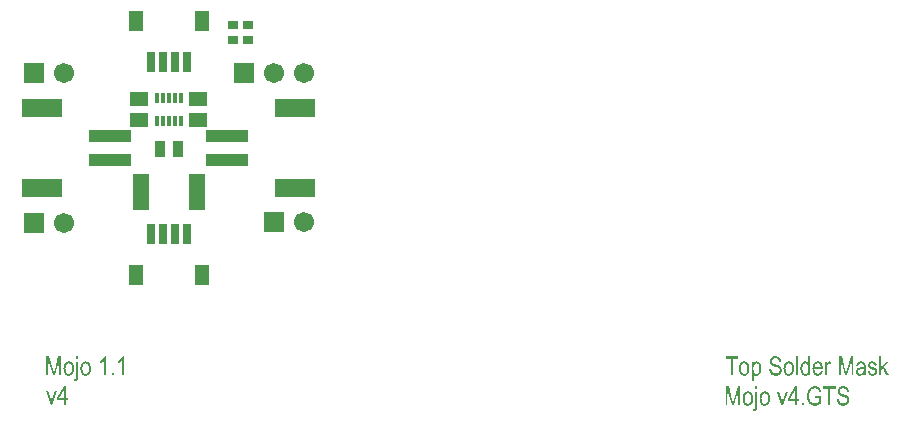
<source format=gts>
G04*
G04 #@! TF.GenerationSoftware,Altium Limited,Altium Designer,24.5.2 (23)*
G04*
G04 Layer_Color=8388736*
%FSLAX25Y25*%
%MOIN*%
G70*
G04*
G04 #@! TF.SameCoordinates,14D8FD4F-CE48-4F7E-93F5-DD934605E96C*
G04*
G04*
G04 #@! TF.FilePolarity,Negative*
G04*
G01*
G75*
%ADD15R,0.05512X0.12008*%
%ADD20R,0.03740X0.05315*%
%ADD23R,0.03550X0.02762*%
%ADD24R,0.05912X0.05124*%
%ADD25R,0.14179X0.04337*%
%ADD26R,0.13786X0.06306*%
%ADD27R,0.01581X0.03747*%
%ADD28R,0.05124X0.07093*%
%ADD29R,0.02762X0.06502*%
%ADD30C,0.06699*%
%ADD31R,0.06699X0.06699*%
%ADD32C,0.00400*%
G36*
X246110Y-30393D02*
X245477D01*
Y-29492D01*
X246110D01*
Y-30393D01*
D02*
G37*
G36*
X274791Y-29386D02*
X274842D01*
X274897Y-29395D01*
X274967Y-29400D01*
X275036Y-29409D01*
X275114Y-29423D01*
X275193Y-29437D01*
X275364Y-29478D01*
X275447Y-29506D01*
X275535Y-29534D01*
X275618Y-29571D01*
X275701Y-29612D01*
X275706Y-29617D01*
X275720Y-29622D01*
X275743Y-29635D01*
X275775Y-29654D01*
X275807Y-29677D01*
X275849Y-29705D01*
X275900Y-29742D01*
X275946Y-29779D01*
X276002Y-29825D01*
X276057Y-29871D01*
X276112Y-29926D01*
X276168Y-29987D01*
X276223Y-30047D01*
X276274Y-30116D01*
X276325Y-30190D01*
X276371Y-30268D01*
X276376Y-30273D01*
X276380Y-30287D01*
X276394Y-30310D01*
X276408Y-30342D01*
X276427Y-30384D01*
X276450Y-30435D01*
X276473Y-30490D01*
X276496Y-30550D01*
X276519Y-30624D01*
X276542Y-30698D01*
X276560Y-30781D01*
X276584Y-30869D01*
X276597Y-30961D01*
X276611Y-31058D01*
X276625Y-31160D01*
X276630Y-31266D01*
X275969Y-31326D01*
Y-31317D01*
X275964Y-31299D01*
X275960Y-31266D01*
X275955Y-31225D01*
X275946Y-31174D01*
X275937Y-31119D01*
X275918Y-31054D01*
X275904Y-30980D01*
X275854Y-30832D01*
X275826Y-30758D01*
X275789Y-30684D01*
X275752Y-30610D01*
X275706Y-30541D01*
X275655Y-30476D01*
X275600Y-30416D01*
X275595Y-30412D01*
X275586Y-30402D01*
X275567Y-30389D01*
X275539Y-30370D01*
X275512Y-30347D01*
X275470Y-30319D01*
X275424Y-30296D01*
X275373Y-30264D01*
X275313Y-30236D01*
X275248Y-30213D01*
X275174Y-30185D01*
X275096Y-30162D01*
X275008Y-30144D01*
X274920Y-30130D01*
X274819Y-30121D01*
X274717Y-30116D01*
X274662D01*
X274620Y-30121D01*
X274574Y-30125D01*
X274518Y-30130D01*
X274454Y-30139D01*
X274389Y-30148D01*
X274246Y-30181D01*
X274172Y-30199D01*
X274098Y-30227D01*
X274024Y-30259D01*
X273955Y-30292D01*
X273890Y-30333D01*
X273830Y-30379D01*
X273826Y-30384D01*
X273816Y-30393D01*
X273802Y-30407D01*
X273784Y-30426D01*
X273761Y-30453D01*
X273733Y-30481D01*
X273710Y-30518D01*
X273682Y-30559D01*
X273650Y-30606D01*
X273627Y-30656D01*
X273576Y-30772D01*
X273557Y-30837D01*
X273544Y-30906D01*
X273534Y-30975D01*
X273530Y-31054D01*
Y-31058D01*
Y-31072D01*
Y-31091D01*
X273534Y-31119D01*
Y-31151D01*
X273544Y-31188D01*
X273557Y-31271D01*
X273585Y-31368D01*
X273622Y-31465D01*
X273678Y-31562D01*
X273715Y-31604D01*
X273751Y-31645D01*
X273756D01*
X273761Y-31654D01*
X273779Y-31668D01*
X273798Y-31682D01*
X273826Y-31701D01*
X273862Y-31724D01*
X273909Y-31751D01*
X273959Y-31779D01*
X274024Y-31811D01*
X274093Y-31844D01*
X274177Y-31881D01*
X274269Y-31918D01*
X274375Y-31955D01*
X274491Y-31992D01*
X274620Y-32033D01*
X274759Y-32075D01*
X274768D01*
X274791Y-32084D01*
X274833Y-32093D01*
X274883Y-32112D01*
X274943Y-32126D01*
X275017Y-32149D01*
X275096Y-32172D01*
X275179Y-32199D01*
X275355Y-32255D01*
X275535Y-32315D01*
X275618Y-32347D01*
X275697Y-32380D01*
X275766Y-32407D01*
X275831Y-32440D01*
X275835Y-32444D01*
X275854Y-32449D01*
X275877Y-32463D01*
X275909Y-32486D01*
X275946Y-32509D01*
X275992Y-32537D01*
X276043Y-32574D01*
X276098Y-32611D01*
X276209Y-32703D01*
X276329Y-32814D01*
X276440Y-32939D01*
X276496Y-33003D01*
X276542Y-33077D01*
X276547Y-33082D01*
X276551Y-33096D01*
X276565Y-33119D01*
X276579Y-33147D01*
X276597Y-33184D01*
X276621Y-33230D01*
X276644Y-33281D01*
X276667Y-33341D01*
X276685Y-33405D01*
X276708Y-33479D01*
X276731Y-33558D01*
X276750Y-33636D01*
X276764Y-33724D01*
X276778Y-33816D01*
X276782Y-33914D01*
X276787Y-34015D01*
Y-34020D01*
Y-34038D01*
Y-34066D01*
X276782Y-34108D01*
X276778Y-34154D01*
X276773Y-34209D01*
X276764Y-34274D01*
X276755Y-34343D01*
X276741Y-34417D01*
X276727Y-34496D01*
X276681Y-34662D01*
X276653Y-34745D01*
X276616Y-34833D01*
X276579Y-34921D01*
X276533Y-35004D01*
X276528Y-35008D01*
X276519Y-35022D01*
X276505Y-35045D01*
X276487Y-35078D01*
X276459Y-35115D01*
X276431Y-35156D01*
X276394Y-35203D01*
X276353Y-35253D01*
X276302Y-35309D01*
X276251Y-35364D01*
X276196Y-35420D01*
X276135Y-35475D01*
X276066Y-35531D01*
X275997Y-35581D01*
X275918Y-35632D01*
X275840Y-35678D01*
X275835Y-35683D01*
X275821Y-35688D01*
X275794Y-35702D01*
X275761Y-35715D01*
X275720Y-35734D01*
X275669Y-35752D01*
X275613Y-35771D01*
X275544Y-35794D01*
X275475Y-35817D01*
X275392Y-35835D01*
X275308Y-35854D01*
X275216Y-35872D01*
X275114Y-35886D01*
X275013Y-35900D01*
X274902Y-35905D01*
X274791Y-35909D01*
X274749D01*
X274726Y-35905D01*
X274699D01*
X274634Y-35900D01*
X274551Y-35891D01*
X274458Y-35877D01*
X274352Y-35863D01*
X274241Y-35835D01*
X274121Y-35808D01*
X273996Y-35771D01*
X273867Y-35725D01*
X273738Y-35669D01*
X273613Y-35600D01*
X273488Y-35526D01*
X273368Y-35438D01*
X273257Y-35337D01*
X273253Y-35332D01*
X273234Y-35309D01*
X273206Y-35276D01*
X273169Y-35230D01*
X273123Y-35170D01*
X273077Y-35101D01*
X273026Y-35018D01*
X272971Y-34925D01*
X272915Y-34819D01*
X272865Y-34699D01*
X272814Y-34570D01*
X272772Y-34431D01*
X272730Y-34283D01*
X272703Y-34122D01*
X272680Y-33950D01*
X272671Y-33770D01*
X273317Y-33701D01*
Y-33706D01*
X273322Y-33724D01*
Y-33752D01*
X273326Y-33789D01*
X273336Y-33830D01*
X273345Y-33881D01*
X273354Y-33937D01*
X273363Y-33997D01*
X273396Y-34131D01*
X273437Y-34265D01*
X273488Y-34394D01*
X273516Y-34459D01*
X273548Y-34514D01*
Y-34519D01*
X273557Y-34528D01*
X273567Y-34542D01*
X273581Y-34560D01*
X273627Y-34616D01*
X273682Y-34681D01*
X273756Y-34754D01*
X273849Y-34833D01*
X273950Y-34912D01*
X274070Y-34981D01*
X274075D01*
X274084Y-34990D01*
X274103Y-34995D01*
X274130Y-35008D01*
X274163Y-35022D01*
X274200Y-35036D01*
X274246Y-35050D01*
X274297Y-35069D01*
X274347Y-35087D01*
X274408Y-35101D01*
X274537Y-35129D01*
X274680Y-35147D01*
X274837Y-35156D01*
X274897D01*
X274939Y-35152D01*
X274990Y-35147D01*
X275050Y-35142D01*
X275114Y-35133D01*
X275184Y-35119D01*
X275336Y-35082D01*
X275415Y-35059D01*
X275493Y-35032D01*
X275572Y-34999D01*
X275646Y-34958D01*
X275720Y-34912D01*
X275784Y-34861D01*
X275789Y-34856D01*
X275798Y-34847D01*
X275817Y-34828D01*
X275840Y-34805D01*
X275863Y-34778D01*
X275891Y-34740D01*
X275923Y-34699D01*
X275955Y-34653D01*
X275988Y-34597D01*
X276020Y-34537D01*
X276048Y-34477D01*
X276071Y-34408D01*
X276094Y-34334D01*
X276112Y-34255D01*
X276122Y-34172D01*
X276126Y-34084D01*
Y-34080D01*
Y-34071D01*
Y-34057D01*
Y-34038D01*
X276122Y-33988D01*
X276112Y-33918D01*
X276094Y-33844D01*
X276075Y-33761D01*
X276043Y-33678D01*
X276002Y-33599D01*
Y-33595D01*
X275997Y-33590D01*
X275978Y-33562D01*
X275951Y-33525D01*
X275909Y-33479D01*
X275854Y-33424D01*
X275789Y-33368D01*
X275715Y-33308D01*
X275627Y-33257D01*
X275623D01*
X275613Y-33253D01*
X275600Y-33244D01*
X275576Y-33234D01*
X275544Y-33221D01*
X275507Y-33202D01*
X275461Y-33184D01*
X275401Y-33160D01*
X275336Y-33133D01*
X275262Y-33105D01*
X275174Y-33073D01*
X275078Y-33040D01*
X274967Y-33003D01*
X274847Y-32967D01*
X274712Y-32925D01*
X274565Y-32879D01*
X274555Y-32874D01*
X274532Y-32869D01*
X274495Y-32856D01*
X274445Y-32842D01*
X274384Y-32823D01*
X274315Y-32800D01*
X274241Y-32772D01*
X274163Y-32745D01*
X273987Y-32675D01*
X273816Y-32601D01*
X273733Y-32564D01*
X273655Y-32528D01*
X273585Y-32486D01*
X273521Y-32444D01*
X273516Y-32440D01*
X273507Y-32435D01*
X273493Y-32421D01*
X273470Y-32403D01*
X273442Y-32384D01*
X273414Y-32357D01*
X273345Y-32292D01*
X273266Y-32209D01*
X273188Y-32116D01*
X273109Y-32006D01*
X273040Y-31885D01*
Y-31881D01*
X273031Y-31872D01*
X273026Y-31853D01*
X273012Y-31825D01*
X272998Y-31793D01*
X272985Y-31756D01*
X272971Y-31714D01*
X272957Y-31664D01*
X272938Y-31608D01*
X272925Y-31553D01*
X272897Y-31423D01*
X272878Y-31275D01*
X272869Y-31123D01*
Y-31114D01*
Y-31091D01*
X272874Y-31049D01*
X272878Y-30994D01*
X272883Y-30929D01*
X272897Y-30855D01*
X272911Y-30772D01*
X272929Y-30680D01*
X272957Y-30582D01*
X272989Y-30481D01*
X273026Y-30375D01*
X273077Y-30273D01*
X273132Y-30167D01*
X273197Y-30065D01*
X273271Y-29963D01*
X273359Y-29871D01*
X273363Y-29866D01*
X273382Y-29848D01*
X273410Y-29825D01*
X273451Y-29792D01*
X273497Y-29756D01*
X273557Y-29714D01*
X273631Y-29672D01*
X273710Y-29626D01*
X273802Y-29580D01*
X273904Y-29538D01*
X274010Y-29497D01*
X274130Y-29460D01*
X274260Y-29427D01*
X274394Y-29404D01*
X274542Y-29386D01*
X274694Y-29381D01*
X274749D01*
X274791Y-29386D01*
D02*
G37*
G36*
X265389D02*
X265436D01*
X265496Y-29391D01*
X265560Y-29400D01*
X265630Y-29409D01*
X265704Y-29418D01*
X265787Y-29432D01*
X265953Y-29469D01*
X266119Y-29525D01*
X266202Y-29557D01*
X266286Y-29594D01*
X266290Y-29599D01*
X266304Y-29603D01*
X266327Y-29617D01*
X266355Y-29631D01*
X266392Y-29654D01*
X266434Y-29682D01*
X266480Y-29714D01*
X266535Y-29746D01*
X266646Y-29834D01*
X266761Y-29936D01*
X266877Y-30056D01*
X266988Y-30195D01*
X266992Y-30199D01*
X267002Y-30213D01*
X267016Y-30236D01*
X267034Y-30264D01*
X267057Y-30305D01*
X267085Y-30351D01*
X267113Y-30407D01*
X267145Y-30472D01*
X267177Y-30541D01*
X267210Y-30619D01*
X267247Y-30707D01*
X267279Y-30804D01*
X267316Y-30906D01*
X267348Y-31012D01*
X267376Y-31128D01*
X267404Y-31252D01*
X266789Y-31460D01*
Y-31456D01*
X266785Y-31437D01*
X266775Y-31409D01*
X266766Y-31373D01*
X266757Y-31331D01*
X266738Y-31280D01*
X266724Y-31220D01*
X266701Y-31160D01*
X266660Y-31031D01*
X266604Y-30901D01*
X266544Y-30777D01*
X266512Y-30716D01*
X266475Y-30666D01*
Y-30661D01*
X266466Y-30652D01*
X266457Y-30638D01*
X266443Y-30624D01*
X266396Y-30573D01*
X266341Y-30513D01*
X266267Y-30449D01*
X266184Y-30379D01*
X266082Y-30310D01*
X265971Y-30250D01*
X265967D01*
X265958Y-30245D01*
X265939Y-30236D01*
X265916Y-30227D01*
X265888Y-30213D01*
X265851Y-30204D01*
X265814Y-30190D01*
X265768Y-30171D01*
X265667Y-30144D01*
X265546Y-30121D01*
X265417Y-30102D01*
X265279Y-30097D01*
X265223D01*
X265186Y-30102D01*
X265135Y-30107D01*
X265080Y-30111D01*
X265015Y-30121D01*
X264946Y-30130D01*
X264872Y-30148D01*
X264793Y-30167D01*
X264715Y-30185D01*
X264632Y-30213D01*
X264548Y-30245D01*
X264465Y-30282D01*
X264387Y-30324D01*
X264308Y-30375D01*
X264304Y-30379D01*
X264290Y-30389D01*
X264271Y-30402D01*
X264239Y-30426D01*
X264207Y-30453D01*
X264165Y-30490D01*
X264124Y-30532D01*
X264073Y-30582D01*
X264022Y-30638D01*
X263971Y-30703D01*
X263916Y-30772D01*
X263860Y-30846D01*
X263805Y-30934D01*
X263754Y-31021D01*
X263703Y-31119D01*
X263652Y-31225D01*
X263648Y-31229D01*
X263643Y-31252D01*
X263629Y-31285D01*
X263615Y-31326D01*
X263597Y-31382D01*
X263574Y-31451D01*
X263551Y-31530D01*
X263532Y-31617D01*
X263509Y-31714D01*
X263486Y-31821D01*
X263463Y-31936D01*
X263444Y-32061D01*
X263431Y-32190D01*
X263417Y-32333D01*
X263412Y-32477D01*
X263407Y-32629D01*
Y-32634D01*
Y-32643D01*
Y-32662D01*
Y-32685D01*
Y-32712D01*
X263412Y-32749D01*
Y-32791D01*
X263417Y-32837D01*
X263421Y-32888D01*
X263426Y-32943D01*
X263435Y-33064D01*
X263454Y-33198D01*
X263472Y-33341D01*
X263500Y-33493D01*
X263537Y-33650D01*
X263578Y-33807D01*
X263629Y-33964D01*
X263689Y-34117D01*
X263758Y-34265D01*
X263842Y-34403D01*
X263934Y-34528D01*
X263939Y-34533D01*
X263957Y-34556D01*
X263989Y-34588D01*
X264031Y-34625D01*
X264082Y-34676D01*
X264147Y-34727D01*
X264220Y-34782D01*
X264304Y-34842D01*
X264401Y-34902D01*
X264502Y-34958D01*
X264618Y-35008D01*
X264738Y-35059D01*
X264872Y-35096D01*
X265010Y-35129D01*
X265158Y-35147D01*
X265311Y-35156D01*
X265352D01*
X265380Y-35152D01*
X265417D01*
X265463Y-35147D01*
X265510Y-35142D01*
X265565Y-35133D01*
X265625Y-35124D01*
X265690Y-35110D01*
X265833Y-35078D01*
X265981Y-35032D01*
X266138Y-34967D01*
X266142Y-34962D01*
X266156Y-34958D01*
X266179Y-34948D01*
X266207Y-34930D01*
X266244Y-34912D01*
X266286Y-34893D01*
X266332Y-34865D01*
X266383Y-34838D01*
X266489Y-34768D01*
X266604Y-34690D01*
X266715Y-34602D01*
X266817Y-34505D01*
Y-33327D01*
X265297D01*
Y-32583D01*
X267487Y-32578D01*
Y-34925D01*
X267482Y-34930D01*
X267464Y-34948D01*
X267436Y-34971D01*
X267399Y-35004D01*
X267353Y-35045D01*
X267297Y-35092D01*
X267237Y-35147D01*
X267168Y-35203D01*
X267094Y-35258D01*
X267011Y-35323D01*
X266923Y-35383D01*
X266835Y-35443D01*
X266641Y-35563D01*
X266544Y-35614D01*
X266443Y-35664D01*
X266438Y-35669D01*
X266420Y-35674D01*
X266392Y-35688D01*
X266350Y-35702D01*
X266300Y-35720D01*
X266244Y-35743D01*
X266179Y-35766D01*
X266106Y-35785D01*
X266022Y-35808D01*
X265939Y-35831D01*
X265847Y-35854D01*
X265750Y-35872D01*
X265551Y-35900D01*
X265445Y-35905D01*
X265338Y-35909D01*
X265306D01*
X265265Y-35905D01*
X265209D01*
X265144Y-35895D01*
X265066Y-35891D01*
X264983Y-35877D01*
X264886Y-35863D01*
X264784Y-35840D01*
X264673Y-35817D01*
X264562Y-35785D01*
X264447Y-35748D01*
X264331Y-35706D01*
X264216Y-35655D01*
X264100Y-35595D01*
X263985Y-35531D01*
X263980Y-35526D01*
X263957Y-35512D01*
X263929Y-35489D01*
X263888Y-35461D01*
X263837Y-35420D01*
X263782Y-35373D01*
X263717Y-35313D01*
X263648Y-35249D01*
X263574Y-35175D01*
X263495Y-35096D01*
X263417Y-35004D01*
X263338Y-34907D01*
X263264Y-34796D01*
X263186Y-34681D01*
X263116Y-34560D01*
X263047Y-34426D01*
X263042Y-34417D01*
X263033Y-34394D01*
X263015Y-34352D01*
X262992Y-34297D01*
X262968Y-34228D01*
X262936Y-34140D01*
X262908Y-34043D01*
X262876Y-33932D01*
X262844Y-33812D01*
X262811Y-33678D01*
X262779Y-33535D01*
X262756Y-33382D01*
X262733Y-33221D01*
X262714Y-33045D01*
X262705Y-32865D01*
X262701Y-32680D01*
Y-32675D01*
Y-32666D01*
Y-32652D01*
Y-32634D01*
Y-32611D01*
X262705Y-32578D01*
Y-32546D01*
Y-32504D01*
X262710Y-32417D01*
X262719Y-32310D01*
X262728Y-32195D01*
X262742Y-32066D01*
X262761Y-31932D01*
X262784Y-31784D01*
X262811Y-31636D01*
X262848Y-31483D01*
X262885Y-31331D01*
X262931Y-31174D01*
X262987Y-31026D01*
X263047Y-30878D01*
X263052Y-30869D01*
X263061Y-30846D01*
X263084Y-30804D01*
X263112Y-30753D01*
X263144Y-30689D01*
X263186Y-30615D01*
X263236Y-30536D01*
X263292Y-30449D01*
X263352Y-30356D01*
X263421Y-30264D01*
X263495Y-30171D01*
X263578Y-30079D01*
X263666Y-29987D01*
X263758Y-29899D01*
X263856Y-29820D01*
X263957Y-29746D01*
X263962Y-29742D01*
X263985Y-29732D01*
X264013Y-29714D01*
X264059Y-29691D01*
X264110Y-29663D01*
X264174Y-29631D01*
X264253Y-29599D01*
X264336Y-29561D01*
X264428Y-29529D01*
X264530Y-29497D01*
X264641Y-29465D01*
X264756Y-29437D01*
X264881Y-29414D01*
X265015Y-29395D01*
X265149Y-29386D01*
X265292Y-29381D01*
X265348D01*
X265389Y-29386D01*
D02*
G37*
G36*
X254759Y-35803D02*
X254163D01*
X252740Y-31234D01*
X253414D01*
X254218Y-33969D01*
Y-33974D01*
X254223Y-33988D01*
X254232Y-34015D01*
X254241Y-34048D01*
X254255Y-34089D01*
X254269Y-34140D01*
X254283Y-34195D01*
X254301Y-34260D01*
X254320Y-34325D01*
X254338Y-34399D01*
X254380Y-34556D01*
X254417Y-34718D01*
X254458Y-34888D01*
Y-34884D01*
X254463Y-34870D01*
X254468Y-34851D01*
X254472Y-34824D01*
X254482Y-34791D01*
X254491Y-34750D01*
X254505Y-34699D01*
X254519Y-34644D01*
X254532Y-34584D01*
X254551Y-34519D01*
X254569Y-34449D01*
X254592Y-34371D01*
X254615Y-34292D01*
X254639Y-34205D01*
X254689Y-34025D01*
X255530Y-31234D01*
X256182D01*
X254759Y-35803D01*
D02*
G37*
G36*
X240451D02*
X239790D01*
Y-30523D01*
X238284Y-35803D01*
X237665D01*
X236173Y-30435D01*
Y-35803D01*
X235512D01*
Y-29492D01*
X236542D01*
X237766Y-33964D01*
X238011Y-34898D01*
Y-34893D01*
X238016Y-34879D01*
X238020Y-34861D01*
X238030Y-34833D01*
X238039Y-34796D01*
X238048Y-34750D01*
X238067Y-34699D01*
X238081Y-34639D01*
X238099Y-34570D01*
X238118Y-34496D01*
X238141Y-34413D01*
X238168Y-34325D01*
X238196Y-34223D01*
X238224Y-34117D01*
X238256Y-34006D01*
X238288Y-33886D01*
X239527Y-29492D01*
X240451D01*
Y-35803D01*
D02*
G37*
G36*
X272208Y-30236D02*
X270495D01*
Y-35803D01*
X269811D01*
Y-30236D01*
X268106D01*
Y-29492D01*
X272208D01*
Y-30236D01*
D02*
G37*
G36*
X261680Y-35803D02*
X260954D01*
Y-34921D01*
X261680D01*
Y-35803D01*
D02*
G37*
G36*
X259231Y-33581D02*
X259933D01*
Y-34292D01*
X259231D01*
Y-35803D01*
X258593D01*
Y-34292D01*
X256353D01*
Y-33581D01*
X258709Y-29492D01*
X259231D01*
Y-33581D01*
D02*
G37*
G36*
X248679Y-31137D02*
X248730Y-31142D01*
X248794Y-31151D01*
X248868Y-31165D01*
X248951Y-31183D01*
X249044Y-31206D01*
X249141Y-31239D01*
X249238Y-31280D01*
X249344Y-31331D01*
X249450Y-31386D01*
X249557Y-31456D01*
X249658Y-31539D01*
X249760Y-31631D01*
X249857Y-31738D01*
X249862Y-31742D01*
X249880Y-31765D01*
X249903Y-31802D01*
X249935Y-31848D01*
X249972Y-31913D01*
X250019Y-31987D01*
X250060Y-32075D01*
X250111Y-32181D01*
X250157Y-32297D01*
X250203Y-32426D01*
X250245Y-32569D01*
X250282Y-32722D01*
X250314Y-32893D01*
X250337Y-33073D01*
X250356Y-33267D01*
X250360Y-33475D01*
Y-33479D01*
Y-33489D01*
Y-33507D01*
Y-33530D01*
Y-33558D01*
X250356Y-33590D01*
Y-33632D01*
X250351Y-33678D01*
X250347Y-33780D01*
X250333Y-33895D01*
X250319Y-34025D01*
X250300Y-34168D01*
X250273Y-34315D01*
X250240Y-34463D01*
X250199Y-34616D01*
X250148Y-34768D01*
X250093Y-34916D01*
X250028Y-35059D01*
X249949Y-35189D01*
X249862Y-35309D01*
X249857Y-35313D01*
X249838Y-35337D01*
X249811Y-35364D01*
X249774Y-35401D01*
X249723Y-35447D01*
X249663Y-35498D01*
X249598Y-35554D01*
X249520Y-35609D01*
X249432Y-35665D01*
X249340Y-35720D01*
X249233Y-35771D01*
X249122Y-35817D01*
X249002Y-35854D01*
X248878Y-35882D01*
X248744Y-35905D01*
X248605Y-35909D01*
X248573D01*
X248531Y-35905D01*
X248480Y-35900D01*
X248415Y-35891D01*
X248342Y-35877D01*
X248258Y-35859D01*
X248166Y-35835D01*
X248069Y-35803D01*
X247967Y-35762D01*
X247861Y-35715D01*
X247759Y-35655D01*
X247653Y-35586D01*
X247547Y-35508D01*
X247445Y-35415D01*
X247348Y-35309D01*
X247344Y-35300D01*
X247325Y-35281D01*
X247302Y-35244D01*
X247270Y-35193D01*
X247233Y-35133D01*
X247191Y-35055D01*
X247145Y-34962D01*
X247099Y-34856D01*
X247053Y-34741D01*
X247006Y-34607D01*
X246965Y-34459D01*
X246928Y-34297D01*
X246896Y-34126D01*
X246872Y-33937D01*
X246854Y-33738D01*
X246849Y-33521D01*
Y-33516D01*
Y-33507D01*
Y-33493D01*
Y-33470D01*
Y-33442D01*
X246854Y-33405D01*
Y-33368D01*
X246859Y-33327D01*
X246863Y-33230D01*
X246877Y-33114D01*
X246891Y-32990D01*
X246909Y-32856D01*
X246937Y-32712D01*
X246969Y-32564D01*
X247011Y-32417D01*
X247057Y-32269D01*
X247113Y-32126D01*
X247182Y-31987D01*
X247256Y-31858D01*
X247344Y-31738D01*
X247348Y-31728D01*
X247367Y-31710D01*
X247394Y-31682D01*
X247431Y-31640D01*
X247482Y-31599D01*
X247542Y-31548D01*
X247612Y-31493D01*
X247690Y-31433D01*
X247773Y-31377D01*
X247870Y-31322D01*
X247977Y-31271D01*
X248087Y-31225D01*
X248208Y-31188D01*
X248332Y-31160D01*
X248466Y-31137D01*
X248605Y-31132D01*
X248637D01*
X248679Y-31137D01*
D02*
G37*
G36*
X243052D02*
X243103Y-31142D01*
X243167Y-31151D01*
X243241Y-31165D01*
X243324Y-31183D01*
X243417Y-31206D01*
X243514Y-31239D01*
X243611Y-31280D01*
X243717Y-31331D01*
X243823Y-31386D01*
X243929Y-31456D01*
X244031Y-31539D01*
X244133Y-31631D01*
X244230Y-31738D01*
X244234Y-31742D01*
X244253Y-31765D01*
X244276Y-31802D01*
X244308Y-31848D01*
X244345Y-31913D01*
X244391Y-31987D01*
X244433Y-32075D01*
X244484Y-32181D01*
X244530Y-32297D01*
X244576Y-32426D01*
X244618Y-32569D01*
X244655Y-32722D01*
X244687Y-32893D01*
X244710Y-33073D01*
X244729Y-33267D01*
X244733Y-33475D01*
Y-33479D01*
Y-33489D01*
Y-33507D01*
Y-33530D01*
Y-33558D01*
X244729Y-33590D01*
Y-33632D01*
X244724Y-33678D01*
X244720Y-33780D01*
X244706Y-33895D01*
X244692Y-34025D01*
X244673Y-34168D01*
X244646Y-34315D01*
X244613Y-34463D01*
X244572Y-34616D01*
X244521Y-34768D01*
X244465Y-34916D01*
X244401Y-35059D01*
X244322Y-35189D01*
X244234Y-35309D01*
X244230Y-35313D01*
X244211Y-35337D01*
X244184Y-35364D01*
X244147Y-35401D01*
X244096Y-35447D01*
X244036Y-35498D01*
X243971Y-35554D01*
X243893Y-35609D01*
X243805Y-35665D01*
X243712Y-35720D01*
X243606Y-35771D01*
X243495Y-35817D01*
X243375Y-35854D01*
X243250Y-35882D01*
X243116Y-35905D01*
X242978Y-35909D01*
X242945D01*
X242904Y-35905D01*
X242853Y-35900D01*
X242788Y-35891D01*
X242714Y-35877D01*
X242631Y-35859D01*
X242539Y-35835D01*
X242442Y-35803D01*
X242340Y-35762D01*
X242234Y-35715D01*
X242132Y-35655D01*
X242026Y-35586D01*
X241920Y-35508D01*
X241818Y-35415D01*
X241721Y-35309D01*
X241717Y-35300D01*
X241698Y-35281D01*
X241675Y-35244D01*
X241642Y-35193D01*
X241606Y-35133D01*
X241564Y-35055D01*
X241518Y-34962D01*
X241472Y-34856D01*
X241425Y-34741D01*
X241379Y-34607D01*
X241338Y-34459D01*
X241301Y-34297D01*
X241268Y-34126D01*
X241245Y-33937D01*
X241227Y-33738D01*
X241222Y-33521D01*
Y-33516D01*
Y-33507D01*
Y-33493D01*
Y-33470D01*
Y-33442D01*
X241227Y-33405D01*
Y-33368D01*
X241231Y-33327D01*
X241236Y-33230D01*
X241250Y-33114D01*
X241264Y-32990D01*
X241282Y-32856D01*
X241310Y-32712D01*
X241342Y-32564D01*
X241384Y-32417D01*
X241430Y-32269D01*
X241486Y-32126D01*
X241555Y-31987D01*
X241629Y-31858D01*
X241717Y-31738D01*
X241721Y-31728D01*
X241740Y-31710D01*
X241767Y-31682D01*
X241804Y-31640D01*
X241855Y-31599D01*
X241915Y-31548D01*
X241984Y-31493D01*
X242063Y-31433D01*
X242146Y-31377D01*
X242243Y-31322D01*
X242349Y-31271D01*
X242460Y-31225D01*
X242580Y-31188D01*
X242705Y-31160D01*
X242839Y-31137D01*
X242978Y-31132D01*
X243010D01*
X243052Y-31137D01*
D02*
G37*
G36*
X246110Y-36048D02*
Y-36053D01*
Y-36057D01*
Y-36071D01*
Y-36090D01*
Y-36136D01*
X246106Y-36200D01*
X246101Y-36274D01*
X246096Y-36362D01*
X246092Y-36455D01*
X246082Y-36556D01*
X246050Y-36769D01*
X246032Y-36875D01*
X246008Y-36977D01*
X245981Y-37074D01*
X245948Y-37166D01*
X245911Y-37249D01*
X245870Y-37319D01*
X245865Y-37323D01*
X245861Y-37332D01*
X245847Y-37351D01*
X245824Y-37369D01*
X245801Y-37397D01*
X245768Y-37425D01*
X245736Y-37457D01*
X245694Y-37485D01*
X245648Y-37517D01*
X245593Y-37549D01*
X245537Y-37577D01*
X245473Y-37605D01*
X245408Y-37623D01*
X245334Y-37642D01*
X245255Y-37651D01*
X245172Y-37656D01*
X245131D01*
X245080Y-37651D01*
X245015Y-37646D01*
X244937Y-37637D01*
X244853Y-37619D01*
X244766Y-37600D01*
X244673Y-37573D01*
X244793Y-36912D01*
X244803Y-36917D01*
X244826Y-36921D01*
X244858Y-36930D01*
X244900Y-36944D01*
X244951Y-36958D01*
X244997Y-36967D01*
X245047Y-36972D01*
X245089Y-36977D01*
X245098D01*
X245121Y-36972D01*
X245158Y-36967D01*
X245200Y-36958D01*
X245246Y-36935D01*
X245297Y-36907D01*
X245343Y-36870D01*
X245380Y-36815D01*
X245385Y-36806D01*
X245389Y-36796D01*
X245394Y-36783D01*
X245403Y-36759D01*
X245412Y-36732D01*
X245422Y-36699D01*
X245431Y-36658D01*
X245436Y-36612D01*
X245445Y-36556D01*
X245454Y-36492D01*
X245463Y-36418D01*
X245468Y-36339D01*
X245473Y-36247D01*
X245477Y-36145D01*
Y-36034D01*
Y-31234D01*
X246110D01*
Y-36048D01*
D02*
G37*
G36*
X252245Y-19386D02*
X252296D01*
X252352Y-19395D01*
X252421Y-19400D01*
X252490Y-19409D01*
X252569Y-19423D01*
X252647Y-19437D01*
X252818Y-19478D01*
X252902Y-19506D01*
X252989Y-19534D01*
X253072Y-19571D01*
X253156Y-19612D01*
X253160Y-19617D01*
X253174Y-19622D01*
X253197Y-19636D01*
X253229Y-19654D01*
X253262Y-19677D01*
X253303Y-19705D01*
X253354Y-19742D01*
X253400Y-19779D01*
X253456Y-19825D01*
X253511Y-19871D01*
X253567Y-19927D01*
X253622Y-19987D01*
X253678Y-20047D01*
X253729Y-20116D01*
X253779Y-20190D01*
X253825Y-20268D01*
X253830Y-20273D01*
X253835Y-20287D01*
X253849Y-20310D01*
X253862Y-20342D01*
X253881Y-20384D01*
X253904Y-20435D01*
X253927Y-20490D01*
X253950Y-20550D01*
X253973Y-20624D01*
X253996Y-20698D01*
X254015Y-20781D01*
X254038Y-20869D01*
X254052Y-20961D01*
X254066Y-21058D01*
X254080Y-21160D01*
X254084Y-21266D01*
X253424Y-21326D01*
Y-21317D01*
X253419Y-21299D01*
X253414Y-21266D01*
X253410Y-21225D01*
X253400Y-21174D01*
X253391Y-21118D01*
X253373Y-21054D01*
X253359Y-20980D01*
X253308Y-20832D01*
X253280Y-20758D01*
X253243Y-20684D01*
X253206Y-20610D01*
X253160Y-20541D01*
X253109Y-20476D01*
X253054Y-20416D01*
X253049Y-20412D01*
X253040Y-20402D01*
X253022Y-20389D01*
X252994Y-20370D01*
X252966Y-20347D01*
X252925Y-20319D01*
X252878Y-20296D01*
X252828Y-20264D01*
X252767Y-20236D01*
X252703Y-20213D01*
X252629Y-20185D01*
X252550Y-20162D01*
X252463Y-20144D01*
X252375Y-20130D01*
X252273Y-20121D01*
X252171Y-20116D01*
X252116D01*
X252075Y-20121D01*
X252028Y-20125D01*
X251973Y-20130D01*
X251908Y-20139D01*
X251844Y-20148D01*
X251700Y-20181D01*
X251626Y-20199D01*
X251552Y-20227D01*
X251479Y-20259D01*
X251409Y-20291D01*
X251344Y-20333D01*
X251285Y-20379D01*
X251280Y-20384D01*
X251271Y-20393D01*
X251257Y-20407D01*
X251238Y-20425D01*
X251215Y-20453D01*
X251187Y-20481D01*
X251164Y-20518D01*
X251137Y-20560D01*
X251104Y-20606D01*
X251081Y-20656D01*
X251030Y-20772D01*
X251012Y-20837D01*
X250998Y-20906D01*
X250989Y-20975D01*
X250984Y-21054D01*
Y-21058D01*
Y-21072D01*
Y-21091D01*
X250989Y-21118D01*
Y-21151D01*
X250998Y-21188D01*
X251012Y-21271D01*
X251040Y-21368D01*
X251077Y-21465D01*
X251132Y-21562D01*
X251169Y-21604D01*
X251206Y-21645D01*
X251211D01*
X251215Y-21654D01*
X251234Y-21668D01*
X251252Y-21682D01*
X251280Y-21701D01*
X251317Y-21724D01*
X251363Y-21751D01*
X251414Y-21779D01*
X251479Y-21812D01*
X251548Y-21844D01*
X251631Y-21881D01*
X251723Y-21918D01*
X251830Y-21955D01*
X251945Y-21992D01*
X252075Y-22033D01*
X252213Y-22075D01*
X252222D01*
X252245Y-22084D01*
X252287Y-22093D01*
X252338Y-22112D01*
X252398Y-22126D01*
X252472Y-22149D01*
X252550Y-22172D01*
X252634Y-22199D01*
X252809Y-22255D01*
X252989Y-22315D01*
X253072Y-22347D01*
X253151Y-22380D01*
X253220Y-22408D01*
X253285Y-22440D01*
X253290Y-22444D01*
X253308Y-22449D01*
X253331Y-22463D01*
X253363Y-22486D01*
X253400Y-22509D01*
X253447Y-22537D01*
X253498Y-22574D01*
X253553Y-22611D01*
X253664Y-22703D01*
X253784Y-22814D01*
X253895Y-22939D01*
X253950Y-23003D01*
X253996Y-23077D01*
X254001Y-23082D01*
X254006Y-23096D01*
X254019Y-23119D01*
X254033Y-23147D01*
X254052Y-23184D01*
X254075Y-23230D01*
X254098Y-23281D01*
X254121Y-23341D01*
X254140Y-23405D01*
X254163Y-23479D01*
X254186Y-23558D01*
X254204Y-23636D01*
X254218Y-23724D01*
X254232Y-23817D01*
X254237Y-23914D01*
X254241Y-24015D01*
Y-24020D01*
Y-24038D01*
Y-24066D01*
X254237Y-24108D01*
X254232Y-24154D01*
X254227Y-24209D01*
X254218Y-24274D01*
X254209Y-24343D01*
X254195Y-24417D01*
X254181Y-24496D01*
X254135Y-24662D01*
X254107Y-24745D01*
X254070Y-24833D01*
X254033Y-24921D01*
X253987Y-25004D01*
X253983Y-25008D01*
X253973Y-25022D01*
X253959Y-25045D01*
X253941Y-25078D01*
X253913Y-25115D01*
X253886Y-25156D01*
X253849Y-25203D01*
X253807Y-25253D01*
X253756Y-25309D01*
X253705Y-25364D01*
X253650Y-25420D01*
X253590Y-25475D01*
X253521Y-25531D01*
X253451Y-25581D01*
X253373Y-25632D01*
X253294Y-25678D01*
X253290Y-25683D01*
X253276Y-25688D01*
X253248Y-25701D01*
X253216Y-25715D01*
X253174Y-25734D01*
X253123Y-25752D01*
X253068Y-25771D01*
X252998Y-25794D01*
X252929Y-25817D01*
X252846Y-25835D01*
X252763Y-25854D01*
X252671Y-25872D01*
X252569Y-25886D01*
X252467Y-25900D01*
X252356Y-25905D01*
X252245Y-25909D01*
X252204D01*
X252181Y-25905D01*
X252153D01*
X252088Y-25900D01*
X252005Y-25891D01*
X251913Y-25877D01*
X251807Y-25863D01*
X251696Y-25835D01*
X251576Y-25808D01*
X251451Y-25771D01*
X251322Y-25725D01*
X251192Y-25669D01*
X251067Y-25600D01*
X250943Y-25526D01*
X250822Y-25438D01*
X250712Y-25337D01*
X250707Y-25332D01*
X250689Y-25309D01*
X250661Y-25276D01*
X250624Y-25230D01*
X250578Y-25170D01*
X250531Y-25101D01*
X250481Y-25018D01*
X250425Y-24925D01*
X250370Y-24819D01*
X250319Y-24699D01*
X250268Y-24570D01*
X250226Y-24431D01*
X250185Y-24283D01*
X250157Y-24122D01*
X250134Y-23950D01*
X250125Y-23770D01*
X250772Y-23701D01*
Y-23706D01*
X250776Y-23724D01*
Y-23752D01*
X250781Y-23789D01*
X250790Y-23830D01*
X250799Y-23881D01*
X250809Y-23937D01*
X250818Y-23997D01*
X250850Y-24131D01*
X250892Y-24265D01*
X250943Y-24394D01*
X250970Y-24459D01*
X251003Y-24514D01*
Y-24519D01*
X251012Y-24528D01*
X251021Y-24542D01*
X251035Y-24560D01*
X251081Y-24616D01*
X251137Y-24680D01*
X251211Y-24754D01*
X251303Y-24833D01*
X251405Y-24912D01*
X251525Y-24981D01*
X251529D01*
X251539Y-24990D01*
X251557Y-24995D01*
X251585Y-25008D01*
X251617Y-25022D01*
X251654Y-25036D01*
X251700Y-25050D01*
X251751Y-25069D01*
X251802Y-25087D01*
X251862Y-25101D01*
X251991Y-25129D01*
X252135Y-25147D01*
X252292Y-25156D01*
X252352D01*
X252393Y-25152D01*
X252444Y-25147D01*
X252504Y-25142D01*
X252569Y-25133D01*
X252638Y-25119D01*
X252791Y-25082D01*
X252869Y-25059D01*
X252948Y-25032D01*
X253026Y-24999D01*
X253100Y-24958D01*
X253174Y-24912D01*
X253239Y-24861D01*
X253243Y-24856D01*
X253253Y-24847D01*
X253271Y-24828D01*
X253294Y-24805D01*
X253317Y-24778D01*
X253345Y-24740D01*
X253377Y-24699D01*
X253410Y-24653D01*
X253442Y-24597D01*
X253474Y-24537D01*
X253502Y-24477D01*
X253525Y-24408D01*
X253548Y-24334D01*
X253567Y-24255D01*
X253576Y-24172D01*
X253581Y-24084D01*
Y-24080D01*
Y-24071D01*
Y-24057D01*
Y-24038D01*
X253576Y-23988D01*
X253567Y-23918D01*
X253548Y-23844D01*
X253530Y-23761D01*
X253498Y-23678D01*
X253456Y-23599D01*
Y-23595D01*
X253451Y-23590D01*
X253433Y-23562D01*
X253405Y-23526D01*
X253363Y-23479D01*
X253308Y-23424D01*
X253243Y-23368D01*
X253169Y-23308D01*
X253082Y-23257D01*
X253077D01*
X253068Y-23253D01*
X253054Y-23244D01*
X253031Y-23234D01*
X252998Y-23221D01*
X252961Y-23202D01*
X252915Y-23184D01*
X252855Y-23160D01*
X252791Y-23133D01*
X252717Y-23105D01*
X252629Y-23073D01*
X252532Y-23040D01*
X252421Y-23003D01*
X252301Y-22966D01*
X252167Y-22925D01*
X252019Y-22879D01*
X252010Y-22874D01*
X251987Y-22870D01*
X251950Y-22856D01*
X251899Y-22842D01*
X251839Y-22823D01*
X251770Y-22800D01*
X251696Y-22772D01*
X251617Y-22745D01*
X251442Y-22675D01*
X251271Y-22602D01*
X251187Y-22565D01*
X251109Y-22528D01*
X251040Y-22486D01*
X250975Y-22444D01*
X250970Y-22440D01*
X250961Y-22435D01*
X250947Y-22421D01*
X250924Y-22403D01*
X250896Y-22384D01*
X250869Y-22357D01*
X250799Y-22292D01*
X250721Y-22209D01*
X250642Y-22116D01*
X250564Y-22005D01*
X250495Y-21885D01*
Y-21881D01*
X250485Y-21871D01*
X250481Y-21853D01*
X250467Y-21825D01*
X250453Y-21793D01*
X250439Y-21756D01*
X250425Y-21714D01*
X250411Y-21664D01*
X250393Y-21608D01*
X250379Y-21553D01*
X250351Y-21423D01*
X250333Y-21276D01*
X250324Y-21123D01*
Y-21114D01*
Y-21091D01*
X250328Y-21049D01*
X250333Y-20994D01*
X250337Y-20929D01*
X250351Y-20855D01*
X250365Y-20772D01*
X250384Y-20680D01*
X250411Y-20583D01*
X250444Y-20481D01*
X250481Y-20375D01*
X250531Y-20273D01*
X250587Y-20167D01*
X250652Y-20065D01*
X250726Y-19963D01*
X250813Y-19871D01*
X250818Y-19866D01*
X250836Y-19848D01*
X250864Y-19825D01*
X250906Y-19793D01*
X250952Y-19756D01*
X251012Y-19714D01*
X251086Y-19672D01*
X251164Y-19626D01*
X251257Y-19580D01*
X251358Y-19538D01*
X251465Y-19497D01*
X251585Y-19460D01*
X251714Y-19428D01*
X251848Y-19404D01*
X251996Y-19386D01*
X252148Y-19381D01*
X252204D01*
X252245Y-19386D01*
D02*
G37*
G36*
X263731Y-25803D02*
X263135D01*
Y-25235D01*
X263126Y-25244D01*
X263116Y-25263D01*
X263102Y-25286D01*
X263084Y-25313D01*
X263066Y-25346D01*
X263015Y-25420D01*
X262950Y-25498D01*
X262872Y-25586D01*
X262784Y-25665D01*
X262687Y-25738D01*
X262682D01*
X262673Y-25748D01*
X262659Y-25752D01*
X262641Y-25766D01*
X262617Y-25780D01*
X262585Y-25794D01*
X262516Y-25822D01*
X262428Y-25854D01*
X262326Y-25882D01*
X262220Y-25900D01*
X262105Y-25909D01*
X262077D01*
X262040Y-25905D01*
X261994Y-25900D01*
X261938Y-25891D01*
X261869Y-25877D01*
X261795Y-25859D01*
X261712Y-25831D01*
X261629Y-25798D01*
X261536Y-25757D01*
X261439Y-25706D01*
X261342Y-25646D01*
X261245Y-25577D01*
X261148Y-25494D01*
X261051Y-25397D01*
X260959Y-25286D01*
X260954Y-25276D01*
X260940Y-25258D01*
X260913Y-25221D01*
X260885Y-25170D01*
X260848Y-25106D01*
X260806Y-25027D01*
X260765Y-24935D01*
X260718Y-24828D01*
X260672Y-24713D01*
X260631Y-24579D01*
X260589Y-24436D01*
X260552Y-24274D01*
X260525Y-24108D01*
X260501Y-23923D01*
X260483Y-23729D01*
X260478Y-23521D01*
Y-23512D01*
Y-23489D01*
Y-23447D01*
X260483Y-23392D01*
Y-23322D01*
X260488Y-23248D01*
X260497Y-23160D01*
X260506Y-23064D01*
X260515Y-22962D01*
X260529Y-22860D01*
X260566Y-22638D01*
X260622Y-22417D01*
X260654Y-22306D01*
X260691Y-22204D01*
X260695Y-22199D01*
X260700Y-22181D01*
X260714Y-22153D01*
X260728Y-22116D01*
X260751Y-22070D01*
X260779Y-22019D01*
X260806Y-21959D01*
X260843Y-21899D01*
X260926Y-21765D01*
X261023Y-21631D01*
X261134Y-21507D01*
X261199Y-21447D01*
X261264Y-21396D01*
X261268Y-21391D01*
X261282Y-21386D01*
X261301Y-21373D01*
X261328Y-21354D01*
X261361Y-21336D01*
X261402Y-21313D01*
X261449Y-21289D01*
X261499Y-21262D01*
X261555Y-21239D01*
X261615Y-21215D01*
X261753Y-21174D01*
X261823Y-21155D01*
X261901Y-21142D01*
X261980Y-21137D01*
X262058Y-21132D01*
X262091D01*
X262114Y-21137D01*
X262141D01*
X262174Y-21142D01*
X262248Y-21151D01*
X262340Y-21174D01*
X262437Y-21202D01*
X262539Y-21243D01*
X262641Y-21299D01*
X262645D01*
X262654Y-21308D01*
X262668Y-21317D01*
X262687Y-21331D01*
X262733Y-21368D01*
X262797Y-21419D01*
X262867Y-21483D01*
X262941Y-21567D01*
X263019Y-21659D01*
X263089Y-21765D01*
Y-19492D01*
X263731D01*
Y-25803D01*
D02*
G37*
G36*
X245976Y-21137D02*
X246013Y-21142D01*
X246059Y-21146D01*
X246110Y-21155D01*
X246165Y-21165D01*
X246290Y-21197D01*
X246355Y-21215D01*
X246424Y-21243D01*
X246494Y-21276D01*
X246563Y-21308D01*
X246627Y-21350D01*
X246697Y-21396D01*
X246702Y-21400D01*
X246711Y-21409D01*
X246734Y-21423D01*
X246757Y-21447D01*
X246789Y-21474D01*
X246822Y-21507D01*
X246863Y-21548D01*
X246905Y-21594D01*
X246951Y-21645D01*
X246997Y-21705D01*
X247043Y-21770D01*
X247094Y-21844D01*
X247140Y-21922D01*
X247186Y-22005D01*
X247233Y-22098D01*
X247274Y-22195D01*
X247279Y-22199D01*
X247284Y-22218D01*
X247293Y-22250D01*
X247307Y-22292D01*
X247325Y-22343D01*
X247344Y-22403D01*
X247362Y-22477D01*
X247385Y-22555D01*
X247404Y-22648D01*
X247422Y-22745D01*
X247441Y-22851D01*
X247459Y-22966D01*
X247473Y-23087D01*
X247482Y-23211D01*
X247492Y-23345D01*
Y-23484D01*
Y-23489D01*
Y-23498D01*
Y-23512D01*
Y-23535D01*
Y-23562D01*
X247487Y-23595D01*
Y-23632D01*
X247482Y-23678D01*
X247478Y-23775D01*
X247464Y-23886D01*
X247450Y-24011D01*
X247431Y-24145D01*
X247404Y-24288D01*
X247371Y-24436D01*
X247334Y-24584D01*
X247284Y-24736D01*
X247228Y-24884D01*
X247164Y-25022D01*
X247090Y-25156D01*
X247002Y-25281D01*
X246997Y-25286D01*
X246979Y-25309D01*
X246951Y-25341D01*
X246914Y-25378D01*
X246868Y-25429D01*
X246812Y-25480D01*
X246748Y-25535D01*
X246674Y-25595D01*
X246595Y-25655D01*
X246507Y-25711D01*
X246410Y-25762D01*
X246313Y-25812D01*
X246207Y-25849D01*
X246092Y-25882D01*
X245976Y-25900D01*
X245856Y-25909D01*
X245828D01*
X245805Y-25905D01*
X245782D01*
X245750Y-25900D01*
X245676Y-25891D01*
X245593Y-25872D01*
X245500Y-25845D01*
X245403Y-25812D01*
X245306Y-25762D01*
X245302D01*
X245297Y-25752D01*
X245283Y-25748D01*
X245265Y-25734D01*
X245218Y-25697D01*
X245158Y-25651D01*
X245089Y-25591D01*
X245020Y-25517D01*
X244946Y-25433D01*
X244872Y-25337D01*
Y-27554D01*
X244239D01*
Y-21234D01*
X244826D01*
Y-21830D01*
X244830Y-21825D01*
X244835Y-21812D01*
X244849Y-21793D01*
X244863Y-21770D01*
X244881Y-21737D01*
X244909Y-21705D01*
X244964Y-21627D01*
X245034Y-21539D01*
X245112Y-21451D01*
X245205Y-21368D01*
X245251Y-21331D01*
X245297Y-21299D01*
X245302D01*
X245311Y-21289D01*
X245325Y-21285D01*
X245343Y-21271D01*
X245371Y-21262D01*
X245399Y-21248D01*
X245473Y-21215D01*
X245560Y-21183D01*
X245662Y-21160D01*
X245777Y-21142D01*
X245902Y-21132D01*
X245944D01*
X245976Y-21137D01*
D02*
G37*
G36*
X270194Y-21137D02*
X270222Y-21142D01*
X270259Y-21146D01*
X270296Y-21151D01*
X270342Y-21165D01*
X270439Y-21192D01*
X270550Y-21239D01*
X270605Y-21266D01*
X270665Y-21299D01*
X270730Y-21336D01*
X270790Y-21382D01*
X270573Y-22103D01*
X270568D01*
X270564Y-22093D01*
X270550Y-22089D01*
X270531Y-22075D01*
X270485Y-22047D01*
X270425Y-22015D01*
X270356Y-21987D01*
X270277Y-21959D01*
X270194Y-21941D01*
X270111Y-21932D01*
X270079D01*
X270037Y-21941D01*
X269986Y-21950D01*
X269931Y-21969D01*
X269866Y-21992D01*
X269801Y-22029D01*
X269737Y-22075D01*
X269727Y-22079D01*
X269709Y-22103D01*
X269681Y-22135D01*
X269644Y-22176D01*
X269607Y-22237D01*
X269570Y-22301D01*
X269533Y-22380D01*
X269506Y-22472D01*
Y-22477D01*
X269501Y-22491D01*
X269496Y-22518D01*
X269487Y-22551D01*
X269478Y-22592D01*
X269469Y-22638D01*
X269455Y-22694D01*
X269446Y-22754D01*
X269437Y-22823D01*
X269423Y-22897D01*
X269413Y-22976D01*
X269404Y-23059D01*
X269390Y-23230D01*
X269386Y-23415D01*
Y-25803D01*
X268753D01*
Y-21234D01*
X269326D01*
Y-21932D01*
X269330Y-21927D01*
X269335Y-21908D01*
X269349Y-21885D01*
X269363Y-21853D01*
X269381Y-21816D01*
X269404Y-21770D01*
X269455Y-21668D01*
X269520Y-21562D01*
X269584Y-21456D01*
X269621Y-21405D01*
X269654Y-21363D01*
X269691Y-21322D01*
X269723Y-21289D01*
X269732Y-21285D01*
X269755Y-21266D01*
X269792Y-21239D01*
X269843Y-21211D01*
X269908Y-21183D01*
X269977Y-21155D01*
X270056Y-21137D01*
X270139Y-21132D01*
X270171D01*
X270194Y-21137D01*
D02*
G37*
G36*
X284581D02*
X284622Y-21142D01*
X284673Y-21146D01*
X284724Y-21151D01*
X284840Y-21169D01*
X284964Y-21197D01*
X285089Y-21234D01*
X285209Y-21285D01*
X285214D01*
X285223Y-21289D01*
X285242Y-21299D01*
X285260Y-21313D01*
X285288Y-21326D01*
X285320Y-21345D01*
X285389Y-21391D01*
X285468Y-21451D01*
X285546Y-21520D01*
X285625Y-21599D01*
X285694Y-21691D01*
Y-21696D01*
X285703Y-21705D01*
X285713Y-21719D01*
X285722Y-21737D01*
X285736Y-21765D01*
X285750Y-21798D01*
X285768Y-21835D01*
X285787Y-21876D01*
X285805Y-21927D01*
X285828Y-21978D01*
X285847Y-22038D01*
X285865Y-22103D01*
X285884Y-22176D01*
X285902Y-22250D01*
X285916Y-22329D01*
X285930Y-22417D01*
X285311Y-22518D01*
Y-22509D01*
X285306Y-22486D01*
X285297Y-22449D01*
X285288Y-22403D01*
X285269Y-22343D01*
X285246Y-22283D01*
X285214Y-22213D01*
X285177Y-22144D01*
X285131Y-22075D01*
X285071Y-22005D01*
X285006Y-21945D01*
X284927Y-21885D01*
X284840Y-21839D01*
X284738Y-21802D01*
X284622Y-21779D01*
X284493Y-21770D01*
X284452D01*
X284424Y-21775D01*
X284391D01*
X284350Y-21779D01*
X284262Y-21788D01*
X284160Y-21812D01*
X284059Y-21839D01*
X283957Y-21881D01*
X283915Y-21908D01*
X283874Y-21936D01*
X283865Y-21945D01*
X283842Y-21964D01*
X283809Y-22001D01*
X283777Y-22052D01*
X283740Y-22112D01*
X283708Y-22186D01*
X283684Y-22269D01*
X283680Y-22315D01*
X283675Y-22361D01*
Y-22366D01*
Y-22370D01*
Y-22384D01*
X283680Y-22403D01*
X283684Y-22449D01*
X283698Y-22504D01*
X283721Y-22569D01*
X283758Y-22634D01*
X283805Y-22698D01*
X283869Y-22759D01*
X283874Y-22763D01*
X283883Y-22768D01*
X283897Y-22777D01*
X283915Y-22786D01*
X283939Y-22795D01*
X283966Y-22809D01*
X283999Y-22823D01*
X284040Y-22842D01*
X284091Y-22865D01*
X284146Y-22888D01*
X284211Y-22911D01*
X284285Y-22939D01*
X284368Y-22966D01*
X284461Y-22999D01*
X284562Y-23031D01*
X284567D01*
X284572Y-23036D01*
X284595Y-23040D01*
X284636Y-23054D01*
X284692Y-23073D01*
X284752Y-23091D01*
X284826Y-23119D01*
X284904Y-23147D01*
X284987Y-23174D01*
X285158Y-23239D01*
X285246Y-23271D01*
X285325Y-23304D01*
X285403Y-23336D01*
X285472Y-23368D01*
X285532Y-23401D01*
X285583Y-23428D01*
X285588D01*
X285593Y-23433D01*
X285620Y-23456D01*
X285662Y-23489D01*
X285717Y-23535D01*
X285773Y-23595D01*
X285833Y-23664D01*
X285893Y-23743D01*
X285944Y-23835D01*
Y-23840D01*
X285948Y-23844D01*
X285958Y-23863D01*
X285962Y-23881D01*
X285976Y-23904D01*
X285985Y-23932D01*
X286008Y-24006D01*
X286032Y-24094D01*
X286055Y-24200D01*
X286069Y-24316D01*
X286073Y-24445D01*
Y-24454D01*
Y-24473D01*
X286069Y-24509D01*
Y-24556D01*
X286059Y-24611D01*
X286050Y-24676D01*
X286036Y-24745D01*
X286022Y-24824D01*
X285999Y-24907D01*
X285971Y-24995D01*
X285939Y-25082D01*
X285897Y-25170D01*
X285851Y-25258D01*
X285796Y-25346D01*
X285731Y-25429D01*
X285657Y-25508D01*
X285653Y-25512D01*
X285639Y-25526D01*
X285616Y-25544D01*
X285583Y-25572D01*
X285537Y-25600D01*
X285486Y-25632D01*
X285426Y-25669D01*
X285362Y-25706D01*
X285283Y-25748D01*
X285195Y-25780D01*
X285103Y-25817D01*
X285001Y-25845D01*
X284895Y-25872D01*
X284775Y-25891D01*
X284655Y-25905D01*
X284521Y-25909D01*
X284488D01*
X284461Y-25905D01*
X284433D01*
X284396Y-25900D01*
X284354Y-25896D01*
X284308Y-25886D01*
X284202Y-25863D01*
X284082Y-25831D01*
X283952Y-25785D01*
X283819Y-25725D01*
X283749Y-25688D01*
X283684Y-25646D01*
X283615Y-25600D01*
X283546Y-25549D01*
X283481Y-25494D01*
X283417Y-25429D01*
X283352Y-25364D01*
X283292Y-25286D01*
X283236Y-25207D01*
X283181Y-25119D01*
X283135Y-25022D01*
X283089Y-24921D01*
X283047Y-24814D01*
X283010Y-24694D01*
X282982Y-24570D01*
X282959Y-24436D01*
X283592Y-24316D01*
Y-24320D01*
X283597Y-24339D01*
Y-24362D01*
X283606Y-24394D01*
X283611Y-24436D01*
X283625Y-24482D01*
X283634Y-24533D01*
X283652Y-24588D01*
X283689Y-24704D01*
X283745Y-24824D01*
X283809Y-24939D01*
X283851Y-24990D01*
X283892Y-25036D01*
X283897Y-25041D01*
X283906Y-25045D01*
X283920Y-25059D01*
X283939Y-25073D01*
X283962Y-25092D01*
X283994Y-25110D01*
X284031Y-25133D01*
X284068Y-25152D01*
X284114Y-25175D01*
X284165Y-25198D01*
X284221Y-25216D01*
X284280Y-25235D01*
X284410Y-25263D01*
X284484Y-25267D01*
X284558Y-25272D01*
X284599D01*
X284627Y-25267D01*
X284659D01*
X284701Y-25263D01*
X284793Y-25244D01*
X284895Y-25221D01*
X285001Y-25184D01*
X285103Y-25133D01*
X285149Y-25106D01*
X285195Y-25069D01*
X285200Y-25064D01*
X285205Y-25059D01*
X285232Y-25032D01*
X285269Y-24985D01*
X285311Y-24925D01*
X285352Y-24851D01*
X285385Y-24764D01*
X285412Y-24662D01*
X285417Y-24607D01*
X285422Y-24551D01*
Y-24546D01*
Y-24537D01*
Y-24523D01*
X285417Y-24505D01*
X285412Y-24459D01*
X285399Y-24394D01*
X285375Y-24329D01*
X285338Y-24260D01*
X285292Y-24191D01*
X285228Y-24131D01*
X285223Y-24126D01*
X285200Y-24112D01*
X285181Y-24103D01*
X285158Y-24089D01*
X285131Y-24075D01*
X285098Y-24057D01*
X285057Y-24038D01*
X285011Y-24020D01*
X284960Y-24001D01*
X284900Y-23978D01*
X284830Y-23950D01*
X284756Y-23927D01*
X284673Y-23900D01*
X284581Y-23872D01*
X284572Y-23867D01*
X284548Y-23863D01*
X284511Y-23849D01*
X284461Y-23835D01*
X284401Y-23817D01*
X284336Y-23793D01*
X284257Y-23766D01*
X284179Y-23738D01*
X284013Y-23678D01*
X283851Y-23613D01*
X283772Y-23581D01*
X283703Y-23549D01*
X283643Y-23521D01*
X283588Y-23489D01*
X283583D01*
X283578Y-23479D01*
X283564Y-23470D01*
X283546Y-23461D01*
X283500Y-23424D01*
X283444Y-23373D01*
X283384Y-23313D01*
X283320Y-23239D01*
X283255Y-23156D01*
X283199Y-23059D01*
Y-23054D01*
X283195Y-23045D01*
X283186Y-23031D01*
X283181Y-23013D01*
X283167Y-22985D01*
X283158Y-22957D01*
X283135Y-22883D01*
X283107Y-22791D01*
X283089Y-22689D01*
X283070Y-22578D01*
X283066Y-22454D01*
Y-22449D01*
Y-22426D01*
X283070Y-22398D01*
Y-22357D01*
X283079Y-22306D01*
X283084Y-22250D01*
X283098Y-22186D01*
X283112Y-22116D01*
X283130Y-22042D01*
X283158Y-21964D01*
X283186Y-21885D01*
X283223Y-21802D01*
X283264Y-21724D01*
X283315Y-21650D01*
X283375Y-21571D01*
X283440Y-21502D01*
X283444Y-21497D01*
X283458Y-21488D01*
X283477Y-21470D01*
X283509Y-21442D01*
X283546Y-21414D01*
X283592Y-21386D01*
X283648Y-21350D01*
X283708Y-21317D01*
X283782Y-21285D01*
X283856Y-21248D01*
X283943Y-21220D01*
X284036Y-21188D01*
X284133Y-21165D01*
X284239Y-21146D01*
X284354Y-21137D01*
X284475Y-21132D01*
X284544D01*
X284581Y-21137D01*
D02*
G37*
G36*
X278173Y-25803D02*
X277512D01*
Y-20523D01*
X276006Y-25803D01*
X275387D01*
X273895Y-20435D01*
Y-25803D01*
X273234D01*
Y-19492D01*
X274264D01*
X275489Y-23964D01*
X275733Y-24898D01*
Y-24893D01*
X275738Y-24879D01*
X275743Y-24861D01*
X275752Y-24833D01*
X275761Y-24796D01*
X275770Y-24750D01*
X275789Y-24699D01*
X275803Y-24639D01*
X275821Y-24570D01*
X275840Y-24496D01*
X275863Y-24412D01*
X275891Y-24325D01*
X275918Y-24223D01*
X275946Y-24117D01*
X275978Y-24006D01*
X276011Y-23886D01*
X277249Y-19492D01*
X278173D01*
Y-25803D01*
D02*
G37*
G36*
X287468Y-23100D02*
X288970Y-21234D01*
X289792D01*
X288360Y-22934D01*
X289935Y-25803D01*
X289155D01*
X287912Y-23465D01*
X287468Y-23992D01*
Y-25803D01*
X286835D01*
Y-19492D01*
X287468D01*
Y-23100D01*
D02*
G37*
G36*
X280876Y-21137D02*
X280926D01*
X280982Y-21142D01*
X281047Y-21151D01*
X281116Y-21160D01*
X281264Y-21188D01*
X281416Y-21225D01*
X281569Y-21280D01*
X281638Y-21317D01*
X281703Y-21354D01*
X281707Y-21359D01*
X281716Y-21363D01*
X281735Y-21377D01*
X281758Y-21396D01*
X281814Y-21442D01*
X281883Y-21507D01*
X281957Y-21585D01*
X282026Y-21678D01*
X282086Y-21784D01*
X282109Y-21844D01*
X282128Y-21904D01*
Y-21908D01*
X282132Y-21918D01*
X282137Y-21936D01*
X282141Y-21964D01*
X282151Y-22001D01*
X282155Y-22042D01*
X282165Y-22089D01*
X282174Y-22144D01*
X282183Y-22209D01*
X282192Y-22283D01*
X282197Y-22361D01*
X282206Y-22444D01*
X282211Y-22537D01*
X282215Y-22638D01*
X282220Y-22745D01*
Y-22860D01*
Y-23890D01*
Y-23895D01*
Y-23904D01*
Y-23918D01*
Y-23937D01*
Y-23964D01*
Y-23992D01*
Y-24066D01*
Y-24149D01*
Y-24251D01*
X282225Y-24357D01*
Y-24468D01*
X282229Y-24704D01*
X282234Y-24814D01*
Y-24925D01*
X282239Y-25027D01*
X282243Y-25119D01*
X282252Y-25198D01*
Y-25230D01*
X282257Y-25258D01*
Y-25263D01*
Y-25272D01*
X282262Y-25286D01*
X282266Y-25304D01*
X282271Y-25332D01*
X282276Y-25360D01*
X282294Y-25433D01*
X282317Y-25517D01*
X282345Y-25605D01*
X282382Y-25706D01*
X282423Y-25803D01*
X281763D01*
Y-25798D01*
X281758Y-25794D01*
X281753Y-25780D01*
X281744Y-25762D01*
X281739Y-25738D01*
X281726Y-25711D01*
X281707Y-25646D01*
X281684Y-25563D01*
X281661Y-25471D01*
X281643Y-25364D01*
X281629Y-25244D01*
X281624Y-25249D01*
X281615Y-25258D01*
X281596Y-25276D01*
X281573Y-25300D01*
X281545Y-25327D01*
X281508Y-25360D01*
X281472Y-25392D01*
X281425Y-25429D01*
X281328Y-25512D01*
X281213Y-25595D01*
X281093Y-25674D01*
X280963Y-25743D01*
X280959D01*
X280949Y-25752D01*
X280931Y-25757D01*
X280903Y-25771D01*
X280871Y-25780D01*
X280834Y-25794D01*
X280792Y-25812D01*
X280746Y-25826D01*
X280635Y-25859D01*
X280515Y-25882D01*
X280386Y-25900D01*
X280247Y-25909D01*
X280220D01*
X280192Y-25905D01*
X280150D01*
X280099Y-25900D01*
X280044Y-25891D01*
X279979Y-25882D01*
X279910Y-25863D01*
X279836Y-25845D01*
X279762Y-25822D01*
X279684Y-25794D01*
X279605Y-25762D01*
X279531Y-25720D01*
X279453Y-25674D01*
X279383Y-25618D01*
X279314Y-25558D01*
X279309Y-25554D01*
X279300Y-25540D01*
X279282Y-25521D01*
X279259Y-25494D01*
X279236Y-25457D01*
X279203Y-25415D01*
X279175Y-25364D01*
X279143Y-25309D01*
X279111Y-25244D01*
X279078Y-25170D01*
X279046Y-25092D01*
X279023Y-25008D01*
X279000Y-24916D01*
X278981Y-24819D01*
X278972Y-24717D01*
X278967Y-24607D01*
Y-24602D01*
Y-24588D01*
Y-24570D01*
X278972Y-24537D01*
Y-24505D01*
X278977Y-24463D01*
X278981Y-24417D01*
X278986Y-24371D01*
X279009Y-24260D01*
X279037Y-24145D01*
X279074Y-24020D01*
X279129Y-23904D01*
Y-23900D01*
X279138Y-23890D01*
X279148Y-23877D01*
X279157Y-23854D01*
X279194Y-23798D01*
X279245Y-23729D01*
X279309Y-23655D01*
X279383Y-23576D01*
X279471Y-23498D01*
X279573Y-23428D01*
X279577D01*
X279587Y-23419D01*
X279605Y-23410D01*
X279628Y-23401D01*
X279656Y-23387D01*
X279693Y-23368D01*
X279739Y-23350D01*
X279790Y-23331D01*
X279845Y-23308D01*
X279910Y-23290D01*
X279979Y-23267D01*
X280058Y-23244D01*
X280141Y-23225D01*
X280233Y-23207D01*
X280330Y-23188D01*
X280437Y-23170D01*
X280446D01*
X280469Y-23165D01*
X280511Y-23160D01*
X280566Y-23151D01*
X280626Y-23137D01*
X280700Y-23128D01*
X280783Y-23110D01*
X280871Y-23096D01*
X281056Y-23054D01*
X281245Y-23008D01*
X281338Y-22985D01*
X281425Y-22957D01*
X281504Y-22930D01*
X281578Y-22902D01*
X281582Y-22708D01*
Y-22703D01*
Y-22689D01*
Y-22661D01*
X281578Y-22629D01*
Y-22592D01*
X281573Y-22551D01*
X281559Y-22449D01*
X281541Y-22338D01*
X281508Y-22232D01*
X281467Y-22130D01*
X281444Y-22084D01*
X281412Y-22047D01*
X281407Y-22042D01*
X281402Y-22033D01*
X281388Y-22019D01*
X281365Y-22005D01*
X281342Y-21982D01*
X281310Y-21959D01*
X281273Y-21936D01*
X281231Y-21908D01*
X281185Y-21881D01*
X281130Y-21858D01*
X281070Y-21835D01*
X281005Y-21812D01*
X280931Y-21798D01*
X280857Y-21784D01*
X280769Y-21775D01*
X280682Y-21770D01*
X280640D01*
X280608Y-21775D01*
X280571D01*
X280529Y-21779D01*
X280432Y-21793D01*
X280326Y-21816D01*
X280215Y-21848D01*
X280109Y-21895D01*
X280063Y-21922D01*
X280016Y-21955D01*
X280012D01*
X280007Y-21964D01*
X279998Y-21973D01*
X279979Y-21992D01*
X279961Y-22015D01*
X279942Y-22038D01*
X279919Y-22070D01*
X279896Y-22112D01*
X279868Y-22153D01*
X279845Y-22204D01*
X279818Y-22260D01*
X279790Y-22324D01*
X279767Y-22394D01*
X279739Y-22467D01*
X279716Y-22551D01*
X279697Y-22643D01*
X279074Y-22541D01*
Y-22532D01*
X279078Y-22509D01*
X279088Y-22472D01*
X279101Y-22421D01*
X279115Y-22361D01*
X279138Y-22292D01*
X279162Y-22213D01*
X279189Y-22130D01*
X279222Y-22047D01*
X279263Y-21955D01*
X279305Y-21867D01*
X279356Y-21779D01*
X279411Y-21691D01*
X279471Y-21613D01*
X279536Y-21539D01*
X279610Y-21470D01*
X279614Y-21465D01*
X279628Y-21456D01*
X279651Y-21437D01*
X279688Y-21419D01*
X279730Y-21391D01*
X279781Y-21363D01*
X279841Y-21331D01*
X279910Y-21299D01*
X279989Y-21271D01*
X280076Y-21239D01*
X280173Y-21211D01*
X280275Y-21183D01*
X280391Y-21165D01*
X280511Y-21146D01*
X280640Y-21137D01*
X280779Y-21132D01*
X280834D01*
X280876Y-21137D01*
D02*
G37*
G36*
X259716Y-25803D02*
X259083D01*
Y-19492D01*
X259716D01*
Y-25803D01*
D02*
G37*
G36*
X239614Y-20236D02*
X237900D01*
Y-25803D01*
X237217D01*
Y-20236D01*
X235512D01*
Y-19492D01*
X239614D01*
Y-20236D01*
D02*
G37*
G36*
X266336Y-21137D02*
X266387Y-21142D01*
X266452Y-21151D01*
X266521Y-21165D01*
X266604Y-21183D01*
X266692Y-21211D01*
X266785Y-21243D01*
X266882Y-21280D01*
X266983Y-21331D01*
X267085Y-21391D01*
X267186Y-21460D01*
X267288Y-21543D01*
X267385Y-21641D01*
X267478Y-21747D01*
X267482Y-21756D01*
X267501Y-21775D01*
X267524Y-21812D01*
X267551Y-21862D01*
X267588Y-21922D01*
X267630Y-22001D01*
X267676Y-22093D01*
X267722Y-22195D01*
X267764Y-22315D01*
X267810Y-22444D01*
X267852Y-22592D01*
X267889Y-22749D01*
X267916Y-22920D01*
X267944Y-23105D01*
X267958Y-23304D01*
X267963Y-23516D01*
Y-23720D01*
X265168D01*
Y-23729D01*
X265172Y-23752D01*
Y-23793D01*
X265177Y-23844D01*
X265186Y-23909D01*
X265195Y-23983D01*
X265209Y-24066D01*
X265228Y-24154D01*
X265269Y-24343D01*
X265297Y-24440D01*
X265329Y-24537D01*
X265371Y-24630D01*
X265412Y-24722D01*
X265463Y-24805D01*
X265519Y-24884D01*
X265523Y-24888D01*
X265533Y-24902D01*
X265551Y-24921D01*
X265574Y-24944D01*
X265606Y-24972D01*
X265643Y-25008D01*
X265685Y-25041D01*
X265736Y-25078D01*
X265791Y-25115D01*
X265847Y-25147D01*
X265911Y-25179D01*
X265981Y-25212D01*
X266055Y-25235D01*
X266128Y-25253D01*
X266212Y-25267D01*
X266295Y-25272D01*
X266327D01*
X266364Y-25267D01*
X266410Y-25258D01*
X266470Y-25244D01*
X266535Y-25221D01*
X266609Y-25193D01*
X266688Y-25156D01*
X266766Y-25106D01*
X266849Y-25041D01*
X266932Y-24967D01*
X267016Y-24874D01*
X267094Y-24768D01*
X267131Y-24708D01*
X267163Y-24644D01*
X267200Y-24574D01*
X267233Y-24500D01*
X267260Y-24417D01*
X267288Y-24334D01*
X267944Y-24431D01*
Y-24440D01*
X267935Y-24463D01*
X267926Y-24500D01*
X267912Y-24551D01*
X267893Y-24611D01*
X267870Y-24685D01*
X267843Y-24759D01*
X267806Y-24847D01*
X267769Y-24935D01*
X267727Y-25022D01*
X267676Y-25115D01*
X267621Y-25207D01*
X267561Y-25300D01*
X267496Y-25383D01*
X267427Y-25466D01*
X267348Y-25540D01*
X267344Y-25544D01*
X267330Y-25554D01*
X267307Y-25572D01*
X267274Y-25595D01*
X267233Y-25628D01*
X267182Y-25655D01*
X267122Y-25692D01*
X267057Y-25725D01*
X266983Y-25757D01*
X266905Y-25794D01*
X266817Y-25822D01*
X266724Y-25849D01*
X266623Y-25877D01*
X266517Y-25896D01*
X266406Y-25905D01*
X266290Y-25909D01*
X266253D01*
X266212Y-25905D01*
X266156Y-25900D01*
X266092Y-25891D01*
X266013Y-25877D01*
X265925Y-25859D01*
X265833Y-25835D01*
X265731Y-25803D01*
X265625Y-25762D01*
X265519Y-25715D01*
X265412Y-25655D01*
X265306Y-25586D01*
X265200Y-25508D01*
X265098Y-25415D01*
X265001Y-25309D01*
X264997Y-25300D01*
X264978Y-25281D01*
X264955Y-25244D01*
X264923Y-25198D01*
X264886Y-25133D01*
X264844Y-25055D01*
X264803Y-24967D01*
X264756Y-24865D01*
X264710Y-24745D01*
X264669Y-24616D01*
X264627Y-24473D01*
X264590Y-24316D01*
X264558Y-24149D01*
X264535Y-23964D01*
X264516Y-23770D01*
X264511Y-23562D01*
Y-23558D01*
Y-23549D01*
Y-23535D01*
Y-23512D01*
Y-23484D01*
X264516Y-23447D01*
Y-23410D01*
X264521Y-23368D01*
X264525Y-23267D01*
X264539Y-23156D01*
X264553Y-23031D01*
X264572Y-22893D01*
X264599Y-22749D01*
X264632Y-22602D01*
X264673Y-22449D01*
X264720Y-22301D01*
X264775Y-22153D01*
X264844Y-22015D01*
X264918Y-21881D01*
X265006Y-21756D01*
X265010Y-21747D01*
X265029Y-21728D01*
X265057Y-21701D01*
X265094Y-21659D01*
X265144Y-21613D01*
X265205Y-21557D01*
X265274Y-21502D01*
X265352Y-21442D01*
X265436Y-21386D01*
X265533Y-21331D01*
X265639Y-21275D01*
X265750Y-21229D01*
X265870Y-21188D01*
X265995Y-21160D01*
X266128Y-21137D01*
X266267Y-21132D01*
X266300D01*
X266336Y-21137D01*
D02*
G37*
G36*
X256671Y-21137D02*
X256722Y-21142D01*
X256787Y-21151D01*
X256861Y-21165D01*
X256944Y-21183D01*
X257036Y-21206D01*
X257133Y-21239D01*
X257230Y-21280D01*
X257337Y-21331D01*
X257443Y-21386D01*
X257549Y-21456D01*
X257651Y-21539D01*
X257752Y-21631D01*
X257850Y-21737D01*
X257854Y-21742D01*
X257873Y-21765D01*
X257896Y-21802D01*
X257928Y-21848D01*
X257965Y-21913D01*
X258011Y-21987D01*
X258053Y-22075D01*
X258104Y-22181D01*
X258150Y-22297D01*
X258196Y-22426D01*
X258238Y-22569D01*
X258275Y-22722D01*
X258307Y-22893D01*
X258330Y-23073D01*
X258348Y-23267D01*
X258353Y-23475D01*
Y-23479D01*
Y-23489D01*
Y-23507D01*
Y-23530D01*
Y-23558D01*
X258348Y-23590D01*
Y-23632D01*
X258344Y-23678D01*
X258339Y-23780D01*
X258325Y-23895D01*
X258312Y-24024D01*
X258293Y-24168D01*
X258265Y-24316D01*
X258233Y-24463D01*
X258191Y-24616D01*
X258141Y-24768D01*
X258085Y-24916D01*
X258020Y-25059D01*
X257942Y-25189D01*
X257854Y-25309D01*
X257850Y-25313D01*
X257831Y-25337D01*
X257803Y-25364D01*
X257766Y-25401D01*
X257716Y-25447D01*
X257656Y-25498D01*
X257591Y-25554D01*
X257512Y-25609D01*
X257424Y-25665D01*
X257332Y-25720D01*
X257226Y-25771D01*
X257115Y-25817D01*
X256995Y-25854D01*
X256870Y-25882D01*
X256736Y-25905D01*
X256597Y-25909D01*
X256565D01*
X256524Y-25905D01*
X256473Y-25900D01*
X256408Y-25891D01*
X256334Y-25877D01*
X256251Y-25859D01*
X256159Y-25835D01*
X256062Y-25803D01*
X255960Y-25762D01*
X255854Y-25715D01*
X255752Y-25655D01*
X255646Y-25586D01*
X255539Y-25508D01*
X255438Y-25415D01*
X255341Y-25309D01*
X255336Y-25300D01*
X255318Y-25281D01*
X255295Y-25244D01*
X255262Y-25193D01*
X255225Y-25133D01*
X255184Y-25055D01*
X255138Y-24962D01*
X255091Y-24856D01*
X255045Y-24740D01*
X254999Y-24607D01*
X254957Y-24459D01*
X254920Y-24297D01*
X254888Y-24126D01*
X254865Y-23937D01*
X254847Y-23738D01*
X254842Y-23521D01*
Y-23516D01*
Y-23507D01*
Y-23493D01*
Y-23470D01*
Y-23442D01*
X254847Y-23405D01*
Y-23368D01*
X254851Y-23327D01*
X254856Y-23230D01*
X254870Y-23114D01*
X254884Y-22990D01*
X254902Y-22856D01*
X254930Y-22712D01*
X254962Y-22565D01*
X255004Y-22417D01*
X255050Y-22269D01*
X255105Y-22126D01*
X255174Y-21987D01*
X255248Y-21858D01*
X255336Y-21737D01*
X255341Y-21728D01*
X255359Y-21710D01*
X255387Y-21682D01*
X255424Y-21641D01*
X255475Y-21599D01*
X255535Y-21548D01*
X255604Y-21493D01*
X255683Y-21433D01*
X255766Y-21377D01*
X255863Y-21322D01*
X255969Y-21271D01*
X256080Y-21225D01*
X256200Y-21188D01*
X256325Y-21160D01*
X256459Y-21137D01*
X256597Y-21132D01*
X256630D01*
X256671Y-21137D01*
D02*
G37*
G36*
X241804D02*
X241855Y-21142D01*
X241920Y-21151D01*
X241994Y-21165D01*
X242077Y-21183D01*
X242169Y-21206D01*
X242266Y-21239D01*
X242363Y-21280D01*
X242470Y-21331D01*
X242576Y-21386D01*
X242682Y-21456D01*
X242784Y-21539D01*
X242885Y-21631D01*
X242982Y-21737D01*
X242987Y-21742D01*
X243005Y-21765D01*
X243028Y-21802D01*
X243061Y-21848D01*
X243098Y-21913D01*
X243144Y-21987D01*
X243186Y-22075D01*
X243236Y-22181D01*
X243283Y-22297D01*
X243329Y-22426D01*
X243370Y-22569D01*
X243407Y-22722D01*
X243440Y-22893D01*
X243463Y-23073D01*
X243481Y-23267D01*
X243486Y-23475D01*
Y-23479D01*
Y-23489D01*
Y-23507D01*
Y-23530D01*
Y-23558D01*
X243481Y-23590D01*
Y-23632D01*
X243477Y-23678D01*
X243472Y-23780D01*
X243458Y-23895D01*
X243444Y-24024D01*
X243426Y-24168D01*
X243398Y-24316D01*
X243366Y-24463D01*
X243324Y-24616D01*
X243273Y-24768D01*
X243218Y-24916D01*
X243153Y-25059D01*
X243075Y-25189D01*
X242987Y-25309D01*
X242982Y-25313D01*
X242964Y-25337D01*
X242936Y-25364D01*
X242899Y-25401D01*
X242848Y-25447D01*
X242788Y-25498D01*
X242724Y-25554D01*
X242645Y-25609D01*
X242557Y-25665D01*
X242465Y-25720D01*
X242359Y-25771D01*
X242248Y-25817D01*
X242128Y-25854D01*
X242003Y-25882D01*
X241869Y-25905D01*
X241730Y-25909D01*
X241698D01*
X241656Y-25905D01*
X241606Y-25900D01*
X241541Y-25891D01*
X241467Y-25877D01*
X241384Y-25859D01*
X241291Y-25835D01*
X241194Y-25803D01*
X241093Y-25762D01*
X240986Y-25715D01*
X240885Y-25655D01*
X240779Y-25586D01*
X240672Y-25508D01*
X240571Y-25415D01*
X240474Y-25309D01*
X240469Y-25300D01*
X240451Y-25281D01*
X240427Y-25244D01*
X240395Y-25193D01*
X240358Y-25133D01*
X240317Y-25055D01*
X240270Y-24962D01*
X240224Y-24856D01*
X240178Y-24740D01*
X240132Y-24607D01*
X240090Y-24459D01*
X240053Y-24297D01*
X240021Y-24126D01*
X239998Y-23937D01*
X239979Y-23738D01*
X239975Y-23521D01*
Y-23516D01*
Y-23507D01*
Y-23493D01*
Y-23470D01*
Y-23442D01*
X239979Y-23405D01*
Y-23368D01*
X239984Y-23327D01*
X239989Y-23230D01*
X240002Y-23114D01*
X240016Y-22990D01*
X240035Y-22856D01*
X240062Y-22712D01*
X240095Y-22565D01*
X240136Y-22417D01*
X240183Y-22269D01*
X240238Y-22126D01*
X240307Y-21987D01*
X240381Y-21858D01*
X240469Y-21737D01*
X240474Y-21728D01*
X240492Y-21710D01*
X240520Y-21682D01*
X240557Y-21641D01*
X240608Y-21599D01*
X240668Y-21548D01*
X240737Y-21493D01*
X240816Y-21433D01*
X240899Y-21377D01*
X240996Y-21322D01*
X241102Y-21271D01*
X241213Y-21225D01*
X241333Y-21188D01*
X241458Y-21160D01*
X241592Y-21137D01*
X241730Y-21132D01*
X241763D01*
X241804Y-21137D01*
D02*
G37*
G36*
X11148Y-35646D02*
X10552D01*
X9129Y-31076D01*
X9804D01*
X10608Y-33812D01*
Y-33816D01*
X10612Y-33830D01*
X10622Y-33858D01*
X10631Y-33890D01*
X10645Y-33932D01*
X10659Y-33983D01*
X10672Y-34038D01*
X10691Y-34103D01*
X10709Y-34167D01*
X10728Y-34241D01*
X10769Y-34398D01*
X10806Y-34560D01*
X10848Y-34731D01*
Y-34726D01*
X10853Y-34712D01*
X10857Y-34694D01*
X10862Y-34666D01*
X10871Y-34634D01*
X10880Y-34592D01*
X10894Y-34541D01*
X10908Y-34486D01*
X10922Y-34426D01*
X10940Y-34361D01*
X10959Y-34292D01*
X10982Y-34214D01*
X11005Y-34135D01*
X11028Y-34047D01*
X11079Y-33867D01*
X11920Y-31076D01*
X12571D01*
X11148Y-35646D01*
D02*
G37*
G36*
X15620Y-33424D02*
X16323D01*
Y-34135D01*
X15620D01*
Y-35646D01*
X14983D01*
Y-34135D01*
X12742D01*
Y-33424D01*
X15098Y-29335D01*
X15620D01*
Y-33424D01*
D02*
G37*
G36*
X19732Y-20393D02*
X19099D01*
Y-19492D01*
X19732D01*
Y-20393D01*
D02*
G37*
G36*
X14073Y-25803D02*
X13412D01*
Y-20523D01*
X11906Y-25803D01*
X11287D01*
X9794Y-20435D01*
Y-25803D01*
X9134D01*
Y-19492D01*
X10164D01*
X11388Y-23964D01*
X11633Y-24898D01*
Y-24893D01*
X11638Y-24879D01*
X11643Y-24861D01*
X11652Y-24833D01*
X11661Y-24796D01*
X11670Y-24750D01*
X11689Y-24699D01*
X11703Y-24639D01*
X11721Y-24570D01*
X11739Y-24496D01*
X11763Y-24412D01*
X11790Y-24325D01*
X11818Y-24223D01*
X11846Y-24117D01*
X11878Y-24006D01*
X11910Y-23886D01*
X13149Y-19492D01*
X14073D01*
Y-25803D01*
D02*
G37*
G36*
X34983D02*
X34345D01*
Y-20869D01*
X34341Y-20874D01*
X34336Y-20878D01*
X34322Y-20897D01*
X34304Y-20915D01*
X34280Y-20938D01*
X34257Y-20966D01*
X34188Y-21031D01*
X34105Y-21114D01*
X34003Y-21202D01*
X33888Y-21299D01*
X33754Y-21400D01*
X33749Y-21405D01*
X33735Y-21414D01*
X33717Y-21428D01*
X33689Y-21442D01*
X33657Y-21465D01*
X33620Y-21493D01*
X33578Y-21520D01*
X33532Y-21553D01*
X33426Y-21617D01*
X33310Y-21682D01*
X33195Y-21747D01*
X33075Y-21802D01*
Y-21054D01*
X33079Y-21049D01*
X33098Y-21040D01*
X33125Y-21021D01*
X33163Y-20998D01*
X33209Y-20971D01*
X33259Y-20934D01*
X33320Y-20897D01*
X33384Y-20851D01*
X33458Y-20800D01*
X33532Y-20744D01*
X33685Y-20615D01*
X33842Y-20476D01*
X33999Y-20319D01*
X34003Y-20315D01*
X34017Y-20301D01*
X34036Y-20278D01*
X34063Y-20245D01*
X34100Y-20204D01*
X34137Y-20157D01*
X34179Y-20107D01*
X34220Y-20051D01*
X34267Y-19987D01*
X34317Y-19922D01*
X34410Y-19779D01*
X34498Y-19626D01*
X34535Y-19548D01*
X34567Y-19469D01*
X34983D01*
Y-25803D01*
D02*
G37*
G36*
X31684D02*
X30959D01*
Y-24921D01*
X31684D01*
Y-25803D01*
D02*
G37*
G36*
X28954D02*
X28316D01*
Y-20869D01*
X28311Y-20874D01*
X28307Y-20878D01*
X28293Y-20897D01*
X28275Y-20915D01*
X28251Y-20938D01*
X28228Y-20966D01*
X28159Y-21031D01*
X28076Y-21114D01*
X27974Y-21202D01*
X27859Y-21299D01*
X27725Y-21400D01*
X27720Y-21405D01*
X27706Y-21414D01*
X27688Y-21428D01*
X27660Y-21442D01*
X27628Y-21465D01*
X27591Y-21493D01*
X27549Y-21520D01*
X27503Y-21553D01*
X27397Y-21617D01*
X27281Y-21682D01*
X27166Y-21747D01*
X27046Y-21802D01*
Y-21054D01*
X27050Y-21049D01*
X27069Y-21040D01*
X27096Y-21021D01*
X27133Y-20998D01*
X27180Y-20971D01*
X27230Y-20934D01*
X27290Y-20897D01*
X27355Y-20851D01*
X27429Y-20800D01*
X27503Y-20744D01*
X27655Y-20615D01*
X27812Y-20476D01*
X27970Y-20319D01*
X27974Y-20315D01*
X27988Y-20301D01*
X28007Y-20278D01*
X28034Y-20245D01*
X28071Y-20204D01*
X28108Y-20157D01*
X28150Y-20107D01*
X28191Y-20051D01*
X28238Y-19987D01*
X28288Y-19922D01*
X28381Y-19779D01*
X28469Y-19626D01*
X28506Y-19548D01*
X28538Y-19469D01*
X28954D01*
Y-25803D01*
D02*
G37*
G36*
X22301Y-21137D02*
X22352Y-21142D01*
X22416Y-21151D01*
X22490Y-21165D01*
X22573Y-21183D01*
X22666Y-21206D01*
X22763Y-21239D01*
X22860Y-21280D01*
X22966Y-21331D01*
X23072Y-21386D01*
X23179Y-21456D01*
X23280Y-21539D01*
X23382Y-21631D01*
X23479Y-21737D01*
X23484Y-21742D01*
X23502Y-21765D01*
X23525Y-21802D01*
X23558Y-21848D01*
X23595Y-21913D01*
X23641Y-21987D01*
X23682Y-22075D01*
X23733Y-22181D01*
X23779Y-22297D01*
X23825Y-22426D01*
X23867Y-22569D01*
X23904Y-22722D01*
X23936Y-22893D01*
X23959Y-23073D01*
X23978Y-23267D01*
X23982Y-23475D01*
Y-23479D01*
Y-23489D01*
Y-23507D01*
Y-23530D01*
Y-23558D01*
X23978Y-23590D01*
Y-23632D01*
X23973Y-23678D01*
X23969Y-23780D01*
X23955Y-23895D01*
X23941Y-24024D01*
X23923Y-24168D01*
X23895Y-24316D01*
X23862Y-24463D01*
X23821Y-24616D01*
X23770Y-24768D01*
X23715Y-24916D01*
X23650Y-25059D01*
X23571Y-25189D01*
X23484Y-25309D01*
X23479Y-25313D01*
X23460Y-25337D01*
X23433Y-25364D01*
X23396Y-25401D01*
X23345Y-25447D01*
X23285Y-25498D01*
X23220Y-25554D01*
X23142Y-25609D01*
X23054Y-25665D01*
X22962Y-25720D01*
X22855Y-25771D01*
X22744Y-25817D01*
X22624Y-25854D01*
X22500Y-25882D01*
X22366Y-25905D01*
X22227Y-25909D01*
X22195D01*
X22153Y-25905D01*
X22102Y-25900D01*
X22038Y-25891D01*
X21964Y-25877D01*
X21880Y-25859D01*
X21788Y-25835D01*
X21691Y-25803D01*
X21589Y-25762D01*
X21483Y-25715D01*
X21382Y-25655D01*
X21275Y-25586D01*
X21169Y-25508D01*
X21067Y-25415D01*
X20970Y-25309D01*
X20966Y-25300D01*
X20947Y-25281D01*
X20924Y-25244D01*
X20892Y-25193D01*
X20855Y-25133D01*
X20813Y-25055D01*
X20767Y-24962D01*
X20721Y-24856D01*
X20675Y-24740D01*
X20628Y-24607D01*
X20587Y-24459D01*
X20550Y-24297D01*
X20517Y-24126D01*
X20494Y-23937D01*
X20476Y-23738D01*
X20471Y-23521D01*
Y-23516D01*
Y-23507D01*
Y-23493D01*
Y-23470D01*
Y-23442D01*
X20476Y-23405D01*
Y-23368D01*
X20481Y-23327D01*
X20485Y-23230D01*
X20499Y-23114D01*
X20513Y-22990D01*
X20531Y-22856D01*
X20559Y-22712D01*
X20592Y-22565D01*
X20633Y-22417D01*
X20679Y-22269D01*
X20735Y-22126D01*
X20804Y-21987D01*
X20878Y-21858D01*
X20966Y-21737D01*
X20970Y-21728D01*
X20989Y-21710D01*
X21016Y-21682D01*
X21054Y-21641D01*
X21104Y-21599D01*
X21164Y-21548D01*
X21234Y-21493D01*
X21312Y-21433D01*
X21395Y-21377D01*
X21492Y-21322D01*
X21599Y-21271D01*
X21710Y-21225D01*
X21830Y-21188D01*
X21954Y-21160D01*
X22088Y-21137D01*
X22227Y-21132D01*
X22259D01*
X22301Y-21137D01*
D02*
G37*
G36*
X16674D02*
X16725Y-21142D01*
X16789Y-21151D01*
X16863Y-21165D01*
X16946Y-21183D01*
X17039Y-21206D01*
X17136Y-21239D01*
X17233Y-21280D01*
X17339Y-21331D01*
X17445Y-21386D01*
X17551Y-21456D01*
X17653Y-21539D01*
X17755Y-21631D01*
X17852Y-21737D01*
X17856Y-21742D01*
X17875Y-21765D01*
X17898Y-21802D01*
X17930Y-21848D01*
X17967Y-21913D01*
X18013Y-21987D01*
X18055Y-22075D01*
X18106Y-22181D01*
X18152Y-22297D01*
X18198Y-22426D01*
X18240Y-22569D01*
X18277Y-22722D01*
X18309Y-22893D01*
X18332Y-23073D01*
X18351Y-23267D01*
X18355Y-23475D01*
Y-23479D01*
Y-23489D01*
Y-23507D01*
Y-23530D01*
Y-23558D01*
X18351Y-23590D01*
Y-23632D01*
X18346Y-23678D01*
X18341Y-23780D01*
X18328Y-23895D01*
X18314Y-24024D01*
X18295Y-24168D01*
X18268Y-24316D01*
X18235Y-24463D01*
X18194Y-24616D01*
X18143Y-24768D01*
X18087Y-24916D01*
X18023Y-25059D01*
X17944Y-25189D01*
X17856Y-25309D01*
X17852Y-25313D01*
X17833Y-25337D01*
X17806Y-25364D01*
X17769Y-25401D01*
X17718Y-25447D01*
X17658Y-25498D01*
X17593Y-25554D01*
X17515Y-25609D01*
X17427Y-25665D01*
X17334Y-25720D01*
X17228Y-25771D01*
X17117Y-25817D01*
X16997Y-25854D01*
X16872Y-25882D01*
X16738Y-25905D01*
X16600Y-25909D01*
X16567D01*
X16526Y-25905D01*
X16475Y-25900D01*
X16410Y-25891D01*
X16336Y-25877D01*
X16253Y-25859D01*
X16161Y-25835D01*
X16064Y-25803D01*
X15962Y-25762D01*
X15856Y-25715D01*
X15754Y-25655D01*
X15648Y-25586D01*
X15542Y-25508D01*
X15440Y-25415D01*
X15343Y-25309D01*
X15338Y-25300D01*
X15320Y-25281D01*
X15297Y-25244D01*
X15265Y-25193D01*
X15228Y-25133D01*
X15186Y-25055D01*
X15140Y-24962D01*
X15094Y-24856D01*
X15047Y-24740D01*
X15001Y-24607D01*
X14960Y-24459D01*
X14923Y-24297D01*
X14890Y-24126D01*
X14867Y-23937D01*
X14849Y-23738D01*
X14844Y-23521D01*
Y-23516D01*
Y-23507D01*
Y-23493D01*
Y-23470D01*
Y-23442D01*
X14849Y-23405D01*
Y-23368D01*
X14853Y-23327D01*
X14858Y-23230D01*
X14872Y-23114D01*
X14886Y-22990D01*
X14904Y-22856D01*
X14932Y-22712D01*
X14964Y-22565D01*
X15006Y-22417D01*
X15052Y-22269D01*
X15108Y-22126D01*
X15177Y-21987D01*
X15251Y-21858D01*
X15338Y-21737D01*
X15343Y-21728D01*
X15362Y-21710D01*
X15389Y-21682D01*
X15426Y-21641D01*
X15477Y-21599D01*
X15537Y-21548D01*
X15607Y-21493D01*
X15685Y-21433D01*
X15768Y-21377D01*
X15865Y-21322D01*
X15971Y-21271D01*
X16082Y-21225D01*
X16203Y-21188D01*
X16327Y-21160D01*
X16461Y-21137D01*
X16600Y-21132D01*
X16632D01*
X16674Y-21137D01*
D02*
G37*
G36*
X19732Y-26048D02*
Y-26053D01*
Y-26057D01*
Y-26071D01*
Y-26090D01*
Y-26136D01*
X19727Y-26201D01*
X19723Y-26274D01*
X19718Y-26362D01*
X19714Y-26455D01*
X19704Y-26556D01*
X19672Y-26769D01*
X19654Y-26875D01*
X19631Y-26977D01*
X19603Y-27074D01*
X19570Y-27166D01*
X19534Y-27249D01*
X19492Y-27319D01*
X19487Y-27323D01*
X19483Y-27332D01*
X19469Y-27351D01*
X19446Y-27369D01*
X19423Y-27397D01*
X19390Y-27425D01*
X19358Y-27457D01*
X19316Y-27485D01*
X19270Y-27517D01*
X19215Y-27549D01*
X19159Y-27577D01*
X19095Y-27605D01*
X19030Y-27623D01*
X18956Y-27642D01*
X18877Y-27651D01*
X18794Y-27656D01*
X18753D01*
X18702Y-27651D01*
X18637Y-27646D01*
X18559Y-27637D01*
X18475Y-27619D01*
X18388Y-27600D01*
X18295Y-27573D01*
X18415Y-26912D01*
X18425Y-26917D01*
X18448Y-26921D01*
X18480Y-26930D01*
X18522Y-26944D01*
X18573Y-26958D01*
X18619Y-26967D01*
X18669Y-26972D01*
X18711Y-26977D01*
X18720D01*
X18744Y-26972D01*
X18780Y-26967D01*
X18822Y-26958D01*
X18868Y-26935D01*
X18919Y-26907D01*
X18965Y-26870D01*
X19002Y-26815D01*
X19007Y-26806D01*
X19011Y-26796D01*
X19016Y-26783D01*
X19025Y-26759D01*
X19035Y-26732D01*
X19044Y-26699D01*
X19053Y-26658D01*
X19058Y-26612D01*
X19067Y-26556D01*
X19076Y-26491D01*
X19085Y-26418D01*
X19090Y-26339D01*
X19095Y-26247D01*
X19099Y-26145D01*
Y-26034D01*
Y-21234D01*
X19732D01*
Y-26048D01*
D02*
G37*
%LPC*%
G36*
X258593Y-30740D02*
X256972Y-33581D01*
X258593D01*
Y-30740D01*
D02*
G37*
G36*
X248586Y-31770D02*
X248568D01*
X248545Y-31775D01*
X248513D01*
X248471Y-31784D01*
X248425Y-31793D01*
X248374Y-31807D01*
X248318Y-31825D01*
X248263Y-31848D01*
X248198Y-31876D01*
X248134Y-31913D01*
X248069Y-31955D01*
X248004Y-32006D01*
X247940Y-32066D01*
X247875Y-32130D01*
X247815Y-32209D01*
X247810Y-32213D01*
X247801Y-32227D01*
X247787Y-32255D01*
X247764Y-32292D01*
X247741Y-32338D01*
X247718Y-32394D01*
X247686Y-32458D01*
X247658Y-32537D01*
X247630Y-32625D01*
X247602Y-32722D01*
X247575Y-32828D01*
X247551Y-32943D01*
X247528Y-33073D01*
X247515Y-33211D01*
X247505Y-33359D01*
X247501Y-33521D01*
Y-33525D01*
Y-33530D01*
Y-33544D01*
Y-33558D01*
Y-33604D01*
X247505Y-33664D01*
X247510Y-33738D01*
X247519Y-33826D01*
X247528Y-33918D01*
X247542Y-34020D01*
X247556Y-34126D01*
X247579Y-34232D01*
X247602Y-34343D01*
X247635Y-34454D01*
X247672Y-34560D01*
X247713Y-34662D01*
X247764Y-34754D01*
X247819Y-34842D01*
X247824Y-34847D01*
X247833Y-34861D01*
X247852Y-34884D01*
X247880Y-34907D01*
X247907Y-34944D01*
X247949Y-34976D01*
X247990Y-35018D01*
X248041Y-35055D01*
X248097Y-35096D01*
X248157Y-35138D01*
X248221Y-35170D01*
X248295Y-35203D01*
X248369Y-35230D01*
X248448Y-35253D01*
X248531Y-35267D01*
X248619Y-35272D01*
X248637D01*
X248660Y-35267D01*
X248693Y-35263D01*
X248734Y-35258D01*
X248776Y-35249D01*
X248827Y-35235D01*
X248882Y-35216D01*
X248942Y-35193D01*
X249002Y-35166D01*
X249067Y-35129D01*
X249132Y-35087D01*
X249196Y-35041D01*
X249261Y-34981D01*
X249326Y-34916D01*
X249386Y-34838D01*
X249390Y-34833D01*
X249399Y-34819D01*
X249413Y-34791D01*
X249436Y-34754D01*
X249460Y-34708D01*
X249487Y-34653D01*
X249520Y-34584D01*
X249547Y-34510D01*
X249580Y-34422D01*
X249607Y-34325D01*
X249635Y-34214D01*
X249658Y-34098D01*
X249681Y-33969D01*
X249695Y-33830D01*
X249704Y-33678D01*
X249709Y-33521D01*
Y-33516D01*
Y-33512D01*
Y-33498D01*
Y-33484D01*
Y-33438D01*
X249704Y-33378D01*
X249700Y-33304D01*
X249691Y-33221D01*
X249681Y-33124D01*
X249668Y-33026D01*
X249654Y-32920D01*
X249630Y-32809D01*
X249603Y-32703D01*
X249575Y-32592D01*
X249534Y-32486D01*
X249492Y-32384D01*
X249441Y-32292D01*
X249386Y-32204D01*
X249381Y-32199D01*
X249372Y-32186D01*
X249353Y-32163D01*
X249326Y-32135D01*
X249298Y-32103D01*
X249256Y-32066D01*
X249215Y-32029D01*
X249164Y-31987D01*
X249109Y-31945D01*
X249048Y-31909D01*
X248984Y-31872D01*
X248914Y-31839D01*
X248836Y-31811D01*
X248757Y-31788D01*
X248674Y-31775D01*
X248586Y-31770D01*
D02*
G37*
G36*
X242959D02*
X242941D01*
X242918Y-31775D01*
X242885D01*
X242844Y-31784D01*
X242798Y-31793D01*
X242747Y-31807D01*
X242691Y-31825D01*
X242636Y-31848D01*
X242571Y-31876D01*
X242507Y-31913D01*
X242442Y-31955D01*
X242377Y-32006D01*
X242312Y-32066D01*
X242248Y-32130D01*
X242188Y-32209D01*
X242183Y-32213D01*
X242174Y-32227D01*
X242160Y-32255D01*
X242137Y-32292D01*
X242114Y-32338D01*
X242091Y-32394D01*
X242058Y-32458D01*
X242031Y-32537D01*
X242003Y-32625D01*
X241975Y-32722D01*
X241948Y-32828D01*
X241924Y-32943D01*
X241901Y-33073D01*
X241887Y-33211D01*
X241878Y-33359D01*
X241874Y-33521D01*
Y-33525D01*
Y-33530D01*
Y-33544D01*
Y-33558D01*
Y-33604D01*
X241878Y-33664D01*
X241883Y-33738D01*
X241892Y-33826D01*
X241901Y-33918D01*
X241915Y-34020D01*
X241929Y-34126D01*
X241952Y-34232D01*
X241975Y-34343D01*
X242007Y-34454D01*
X242044Y-34560D01*
X242086Y-34662D01*
X242137Y-34754D01*
X242192Y-34842D01*
X242197Y-34847D01*
X242206Y-34861D01*
X242225Y-34884D01*
X242252Y-34907D01*
X242280Y-34944D01*
X242322Y-34976D01*
X242363Y-35018D01*
X242414Y-35055D01*
X242470Y-35096D01*
X242530Y-35138D01*
X242594Y-35170D01*
X242668Y-35203D01*
X242742Y-35230D01*
X242821Y-35253D01*
X242904Y-35267D01*
X242992Y-35272D01*
X243010D01*
X243033Y-35267D01*
X243066Y-35263D01*
X243107Y-35258D01*
X243149Y-35249D01*
X243199Y-35235D01*
X243255Y-35216D01*
X243315Y-35193D01*
X243375Y-35166D01*
X243440Y-35129D01*
X243504Y-35087D01*
X243569Y-35041D01*
X243634Y-34981D01*
X243699Y-34916D01*
X243759Y-34838D01*
X243763Y-34833D01*
X243772Y-34819D01*
X243786Y-34791D01*
X243809Y-34754D01*
X243832Y-34708D01*
X243860Y-34653D01*
X243893Y-34584D01*
X243920Y-34510D01*
X243953Y-34422D01*
X243980Y-34325D01*
X244008Y-34214D01*
X244031Y-34098D01*
X244054Y-33969D01*
X244068Y-33830D01*
X244077Y-33678D01*
X244082Y-33521D01*
Y-33516D01*
Y-33512D01*
Y-33498D01*
Y-33484D01*
Y-33438D01*
X244077Y-33378D01*
X244073Y-33304D01*
X244063Y-33221D01*
X244054Y-33124D01*
X244040Y-33026D01*
X244026Y-32920D01*
X244003Y-32809D01*
X243976Y-32703D01*
X243948Y-32592D01*
X243906Y-32486D01*
X243865Y-32384D01*
X243814Y-32292D01*
X243759Y-32204D01*
X243754Y-32199D01*
X243745Y-32186D01*
X243726Y-32163D01*
X243699Y-32135D01*
X243671Y-32103D01*
X243629Y-32066D01*
X243588Y-32029D01*
X243537Y-31987D01*
X243481Y-31945D01*
X243421Y-31909D01*
X243357Y-31872D01*
X243287Y-31839D01*
X243209Y-31811D01*
X243130Y-31788D01*
X243047Y-31775D01*
X242959Y-31770D01*
D02*
G37*
G36*
X262105Y-21770D02*
X262086D01*
X262068Y-21775D01*
X262035D01*
X262003Y-21784D01*
X261961Y-21793D01*
X261915Y-21807D01*
X261869Y-21821D01*
X261813Y-21844D01*
X261758Y-21871D01*
X261703Y-21908D01*
X261643Y-21950D01*
X261587Y-21996D01*
X261527Y-22056D01*
X261472Y-22121D01*
X261416Y-22195D01*
X261411Y-22199D01*
X261402Y-22213D01*
X261388Y-22241D01*
X261370Y-22274D01*
X261351Y-22320D01*
X261324Y-22375D01*
X261301Y-22444D01*
X261273Y-22518D01*
X261245Y-22606D01*
X261222Y-22708D01*
X261194Y-22814D01*
X261176Y-22934D01*
X261157Y-23068D01*
X261144Y-23207D01*
X261134Y-23359D01*
X261130Y-23526D01*
Y-23530D01*
Y-23535D01*
Y-23549D01*
Y-23562D01*
Y-23609D01*
X261134Y-23669D01*
X261139Y-23743D01*
X261148Y-23830D01*
X261157Y-23923D01*
X261167Y-24024D01*
X261185Y-24126D01*
X261204Y-24237D01*
X261227Y-24348D01*
X261259Y-24454D01*
X261291Y-24560D01*
X261333Y-24662D01*
X261379Y-24754D01*
X261435Y-24842D01*
X261439Y-24847D01*
X261449Y-24861D01*
X261467Y-24884D01*
X261490Y-24907D01*
X261518Y-24944D01*
X261555Y-24976D01*
X261592Y-25018D01*
X261638Y-25055D01*
X261689Y-25096D01*
X261744Y-25138D01*
X261804Y-25170D01*
X261864Y-25203D01*
X261934Y-25230D01*
X262003Y-25253D01*
X262077Y-25267D01*
X262151Y-25272D01*
X262169D01*
X262188Y-25267D01*
X262220D01*
X262252Y-25258D01*
X262294Y-25249D01*
X262340Y-25240D01*
X262391Y-25221D01*
X262442Y-25198D01*
X262497Y-25170D01*
X262557Y-25138D01*
X262613Y-25096D01*
X262673Y-25050D01*
X262733Y-24995D01*
X262793Y-24935D01*
X262848Y-24861D01*
X262853Y-24856D01*
X262862Y-24842D01*
X262876Y-24819D01*
X262895Y-24782D01*
X262918Y-24740D01*
X262945Y-24685D01*
X262968Y-24625D01*
X263001Y-24551D01*
X263029Y-24468D01*
X263052Y-24376D01*
X263079Y-24274D01*
X263102Y-24163D01*
X263121Y-24038D01*
X263135Y-23909D01*
X263144Y-23766D01*
X263149Y-23613D01*
Y-23609D01*
Y-23604D01*
Y-23590D01*
Y-23572D01*
Y-23521D01*
X263144Y-23456D01*
X263139Y-23378D01*
X263135Y-23285D01*
X263126Y-23184D01*
X263112Y-23077D01*
X263093Y-22966D01*
X263075Y-22851D01*
X263052Y-22731D01*
X263024Y-22615D01*
X262987Y-22504D01*
X262945Y-22398D01*
X262899Y-22301D01*
X262848Y-22213D01*
X262844Y-22209D01*
X262835Y-22195D01*
X262816Y-22172D01*
X262797Y-22144D01*
X262765Y-22112D01*
X262733Y-22075D01*
X262691Y-22033D01*
X262645Y-21992D01*
X262594Y-21950D01*
X262539Y-21908D01*
X262474Y-21871D01*
X262409Y-21839D01*
X262340Y-21812D01*
X262266Y-21788D01*
X262188Y-21775D01*
X262105Y-21770D01*
D02*
G37*
G36*
X245824Y-21737D02*
X245805D01*
X245787Y-21742D01*
X245759Y-21747D01*
X245727Y-21751D01*
X245685Y-21761D01*
X245643Y-21775D01*
X245593Y-21798D01*
X245542Y-21821D01*
X245486Y-21853D01*
X245426Y-21890D01*
X245366Y-21936D01*
X245306Y-21987D01*
X245246Y-22052D01*
X245186Y-22121D01*
X245126Y-22204D01*
X245121Y-22209D01*
X245112Y-22227D01*
X245098Y-22250D01*
X245080Y-22292D01*
X245052Y-22338D01*
X245029Y-22398D01*
X245001Y-22467D01*
X244974Y-22546D01*
X244941Y-22634D01*
X244914Y-22736D01*
X244890Y-22846D01*
X244867Y-22966D01*
X244844Y-23096D01*
X244830Y-23239D01*
X244821Y-23387D01*
X244816Y-23549D01*
Y-23553D01*
Y-23558D01*
Y-23572D01*
Y-23586D01*
Y-23632D01*
X244821Y-23692D01*
X244826Y-23766D01*
X244830Y-23854D01*
X244840Y-23946D01*
X244853Y-24043D01*
X244867Y-24149D01*
X244890Y-24255D01*
X244914Y-24366D01*
X244941Y-24473D01*
X244974Y-24579D01*
X245015Y-24680D01*
X245061Y-24773D01*
X245112Y-24856D01*
X245117Y-24861D01*
X245126Y-24874D01*
X245145Y-24893D01*
X245163Y-24921D01*
X245195Y-24953D01*
X245228Y-24985D01*
X245269Y-25027D01*
X245311Y-25064D01*
X245362Y-25101D01*
X245417Y-25138D01*
X245477Y-25175D01*
X245537Y-25207D01*
X245606Y-25235D01*
X245676Y-25253D01*
X245750Y-25267D01*
X245828Y-25272D01*
X245847D01*
X245865Y-25267D01*
X245898Y-25263D01*
X245930Y-25258D01*
X245971Y-25249D01*
X246018Y-25235D01*
X246069Y-25216D01*
X246119Y-25193D01*
X246179Y-25166D01*
X246235Y-25129D01*
X246295Y-25087D01*
X246355Y-25041D01*
X246420Y-24981D01*
X246475Y-24916D01*
X246535Y-24838D01*
X246540Y-24833D01*
X246549Y-24819D01*
X246563Y-24791D01*
X246581Y-24754D01*
X246604Y-24708D01*
X246632Y-24653D01*
X246660Y-24584D01*
X246688Y-24505D01*
X246715Y-24417D01*
X246743Y-24320D01*
X246771Y-24209D01*
X246794Y-24089D01*
X246812Y-23960D01*
X246826Y-23817D01*
X246835Y-23664D01*
X246840Y-23498D01*
Y-23493D01*
Y-23489D01*
Y-23475D01*
Y-23456D01*
Y-23410D01*
X246835Y-23350D01*
X246831Y-23276D01*
X246826Y-23193D01*
X246817Y-23096D01*
X246803Y-22994D01*
X246789Y-22888D01*
X246766Y-22782D01*
X246743Y-22671D01*
X246715Y-22560D01*
X246683Y-22454D01*
X246641Y-22352D01*
X246595Y-22260D01*
X246544Y-22172D01*
X246540Y-22167D01*
X246531Y-22153D01*
X246517Y-22130D01*
X246494Y-22103D01*
X246461Y-22070D01*
X246429Y-22033D01*
X246387Y-21996D01*
X246346Y-21955D01*
X246295Y-21913D01*
X246239Y-21876D01*
X246179Y-21839D01*
X246115Y-21807D01*
X246050Y-21779D01*
X245976Y-21756D01*
X245902Y-21742D01*
X245824Y-21737D01*
D02*
G37*
G36*
X281578Y-23512D02*
X281573D01*
X281559Y-23521D01*
X281541Y-23530D01*
X281513Y-23539D01*
X281476Y-23558D01*
X281430Y-23572D01*
X281379Y-23595D01*
X281314Y-23613D01*
X281245Y-23636D01*
X281171Y-23660D01*
X281083Y-23683D01*
X280991Y-23710D01*
X280889Y-23733D01*
X280779Y-23756D01*
X280663Y-23780D01*
X280538Y-23803D01*
X280534D01*
X280520Y-23807D01*
X280501D01*
X280474Y-23817D01*
X280441Y-23821D01*
X280404Y-23830D01*
X280317Y-23849D01*
X280224Y-23872D01*
X280132Y-23900D01*
X280044Y-23932D01*
X280007Y-23946D01*
X279975Y-23964D01*
X279970Y-23969D01*
X279947Y-23978D01*
X279919Y-24001D01*
X279887Y-24029D01*
X279845Y-24066D01*
X279804Y-24108D01*
X279767Y-24158D01*
X279730Y-24214D01*
X279725Y-24223D01*
X279716Y-24242D01*
X279702Y-24274D01*
X279688Y-24320D01*
X279670Y-24376D01*
X279656Y-24440D01*
X279647Y-24509D01*
X279642Y-24588D01*
Y-24593D01*
Y-24602D01*
Y-24620D01*
X279647Y-24644D01*
Y-24671D01*
X279651Y-24704D01*
X279665Y-24778D01*
X279693Y-24861D01*
X279725Y-24948D01*
X279776Y-25032D01*
X279804Y-25073D01*
X279841Y-25110D01*
X279845D01*
X279850Y-25119D01*
X279864Y-25129D01*
X279878Y-25142D01*
X279924Y-25170D01*
X279989Y-25207D01*
X280067Y-25244D01*
X280164Y-25272D01*
X280275Y-25295D01*
X280404Y-25304D01*
X280437D01*
X280460Y-25300D01*
X280492D01*
X280524Y-25295D01*
X280608Y-25281D01*
X280705Y-25263D01*
X280806Y-25230D01*
X280913Y-25189D01*
X281019Y-25129D01*
X281023D01*
X281033Y-25119D01*
X281047Y-25110D01*
X281065Y-25096D01*
X281116Y-25059D01*
X281176Y-25004D01*
X281245Y-24935D01*
X281314Y-24856D01*
X281384Y-24764D01*
X281439Y-24657D01*
Y-24653D01*
X281444Y-24644D01*
X281453Y-24625D01*
X281462Y-24602D01*
X281472Y-24570D01*
X281485Y-24533D01*
X281495Y-24491D01*
X281508Y-24440D01*
X281522Y-24380D01*
X281536Y-24316D01*
X281545Y-24246D01*
X281555Y-24168D01*
X281564Y-24084D01*
X281573Y-23997D01*
X281578Y-23900D01*
Y-23798D01*
Y-23512D01*
D02*
G37*
G36*
X266263Y-21770D02*
X266221D01*
X266193Y-21775D01*
X266156Y-21779D01*
X266110Y-21788D01*
X266064Y-21798D01*
X266013Y-21816D01*
X265958Y-21835D01*
X265898Y-21858D01*
X265838Y-21885D01*
X265777Y-21918D01*
X265713Y-21959D01*
X265653Y-22010D01*
X265593Y-22061D01*
X265533Y-22126D01*
X265528Y-22130D01*
X265519Y-22144D01*
X265505Y-22163D01*
X265486Y-22190D01*
X265463Y-22227D01*
X265436Y-22269D01*
X265408Y-22320D01*
X265380Y-22380D01*
X265348Y-22444D01*
X265320Y-22514D01*
X265292Y-22592D01*
X265269Y-22680D01*
X265246Y-22772D01*
X265228Y-22869D01*
X265214Y-22971D01*
X265205Y-23082D01*
X267297D01*
Y-23077D01*
Y-23054D01*
X267293Y-23027D01*
X267288Y-22985D01*
X267279Y-22934D01*
X267270Y-22879D01*
X267260Y-22819D01*
X267247Y-22749D01*
X267214Y-22606D01*
X267173Y-22458D01*
X267113Y-22320D01*
X267080Y-22255D01*
X267043Y-22199D01*
X267039Y-22195D01*
X267029Y-22181D01*
X267011Y-22158D01*
X266988Y-22130D01*
X266955Y-22098D01*
X266919Y-22066D01*
X266877Y-22024D01*
X266831Y-21982D01*
X266775Y-21945D01*
X266715Y-21904D01*
X266651Y-21871D01*
X266581Y-21835D01*
X266512Y-21812D01*
X266434Y-21788D01*
X266350Y-21775D01*
X266263Y-21770D01*
D02*
G37*
G36*
X256579Y-21770D02*
X256560D01*
X256537Y-21775D01*
X256505D01*
X256464Y-21784D01*
X256417Y-21793D01*
X256366Y-21807D01*
X256311Y-21825D01*
X256256Y-21848D01*
X256191Y-21876D01*
X256126Y-21913D01*
X256062Y-21955D01*
X255997Y-22005D01*
X255932Y-22066D01*
X255868Y-22130D01*
X255807Y-22209D01*
X255803Y-22213D01*
X255794Y-22227D01*
X255780Y-22255D01*
X255757Y-22292D01*
X255734Y-22338D01*
X255710Y-22394D01*
X255678Y-22458D01*
X255650Y-22537D01*
X255623Y-22625D01*
X255595Y-22722D01*
X255567Y-22828D01*
X255544Y-22943D01*
X255521Y-23073D01*
X255507Y-23211D01*
X255498Y-23359D01*
X255493Y-23521D01*
Y-23526D01*
Y-23530D01*
Y-23544D01*
Y-23558D01*
Y-23604D01*
X255498Y-23664D01*
X255503Y-23738D01*
X255512Y-23826D01*
X255521Y-23918D01*
X255535Y-24020D01*
X255549Y-24126D01*
X255572Y-24232D01*
X255595Y-24343D01*
X255627Y-24454D01*
X255664Y-24560D01*
X255706Y-24662D01*
X255757Y-24754D01*
X255812Y-24842D01*
X255817Y-24847D01*
X255826Y-24861D01*
X255844Y-24884D01*
X255872Y-24907D01*
X255900Y-24944D01*
X255941Y-24976D01*
X255983Y-25018D01*
X256034Y-25055D01*
X256089Y-25096D01*
X256149Y-25138D01*
X256214Y-25170D01*
X256288Y-25203D01*
X256362Y-25230D01*
X256440Y-25253D01*
X256524Y-25267D01*
X256611Y-25272D01*
X256630D01*
X256653Y-25267D01*
X256685Y-25263D01*
X256727Y-25258D01*
X256768Y-25249D01*
X256819Y-25235D01*
X256875Y-25216D01*
X256935Y-25193D01*
X256995Y-25166D01*
X257060Y-25129D01*
X257124Y-25087D01*
X257189Y-25041D01*
X257254Y-24981D01*
X257318Y-24916D01*
X257378Y-24838D01*
X257383Y-24833D01*
X257392Y-24819D01*
X257406Y-24791D01*
X257429Y-24754D01*
X257452Y-24708D01*
X257480Y-24653D01*
X257512Y-24584D01*
X257540Y-24509D01*
X257572Y-24422D01*
X257600Y-24325D01*
X257628Y-24214D01*
X257651Y-24098D01*
X257674Y-23969D01*
X257688Y-23830D01*
X257697Y-23678D01*
X257702Y-23521D01*
Y-23516D01*
Y-23512D01*
Y-23498D01*
Y-23484D01*
Y-23438D01*
X257697Y-23378D01*
X257692Y-23304D01*
X257683Y-23221D01*
X257674Y-23124D01*
X257660Y-23027D01*
X257646Y-22920D01*
X257623Y-22809D01*
X257595Y-22703D01*
X257568Y-22592D01*
X257526Y-22486D01*
X257485Y-22384D01*
X257434Y-22292D01*
X257378Y-22204D01*
X257374Y-22199D01*
X257364Y-22186D01*
X257346Y-22163D01*
X257318Y-22135D01*
X257291Y-22103D01*
X257249Y-22066D01*
X257207Y-22029D01*
X257156Y-21987D01*
X257101Y-21945D01*
X257041Y-21908D01*
X256976Y-21871D01*
X256907Y-21839D01*
X256828Y-21812D01*
X256750Y-21788D01*
X256667Y-21775D01*
X256579Y-21770D01*
D02*
G37*
G36*
X241712D02*
X241693D01*
X241670Y-21775D01*
X241638D01*
X241596Y-21784D01*
X241550Y-21793D01*
X241499Y-21807D01*
X241444Y-21825D01*
X241389Y-21848D01*
X241324Y-21876D01*
X241259Y-21913D01*
X241194Y-21955D01*
X241130Y-22005D01*
X241065Y-22066D01*
X241000Y-22130D01*
X240940Y-22209D01*
X240936Y-22213D01*
X240927Y-22227D01*
X240913Y-22255D01*
X240890Y-22292D01*
X240866Y-22338D01*
X240843Y-22394D01*
X240811Y-22458D01*
X240783Y-22537D01*
X240756Y-22625D01*
X240728Y-22722D01*
X240700Y-22828D01*
X240677Y-22943D01*
X240654Y-23073D01*
X240640Y-23211D01*
X240631Y-23359D01*
X240626Y-23521D01*
Y-23526D01*
Y-23530D01*
Y-23544D01*
Y-23558D01*
Y-23604D01*
X240631Y-23664D01*
X240635Y-23738D01*
X240645Y-23826D01*
X240654Y-23918D01*
X240668Y-24020D01*
X240682Y-24126D01*
X240705Y-24232D01*
X240728Y-24343D01*
X240760Y-24454D01*
X240797Y-24560D01*
X240839Y-24662D01*
X240890Y-24754D01*
X240945Y-24842D01*
X240950Y-24847D01*
X240959Y-24861D01*
X240977Y-24884D01*
X241005Y-24907D01*
X241033Y-24944D01*
X241074Y-24976D01*
X241116Y-25018D01*
X241167Y-25055D01*
X241222Y-25096D01*
X241282Y-25138D01*
X241347Y-25170D01*
X241421Y-25203D01*
X241495Y-25230D01*
X241573Y-25253D01*
X241656Y-25267D01*
X241744Y-25272D01*
X241763D01*
X241786Y-25267D01*
X241818Y-25263D01*
X241860Y-25258D01*
X241901Y-25249D01*
X241952Y-25235D01*
X242007Y-25216D01*
X242068Y-25193D01*
X242128Y-25166D01*
X242192Y-25129D01*
X242257Y-25087D01*
X242322Y-25041D01*
X242386Y-24981D01*
X242451Y-24916D01*
X242511Y-24838D01*
X242516Y-24833D01*
X242525Y-24819D01*
X242539Y-24791D01*
X242562Y-24754D01*
X242585Y-24708D01*
X242613Y-24653D01*
X242645Y-24584D01*
X242673Y-24509D01*
X242705Y-24422D01*
X242733Y-24325D01*
X242761Y-24214D01*
X242784Y-24098D01*
X242807Y-23969D01*
X242821Y-23830D01*
X242830Y-23678D01*
X242834Y-23521D01*
Y-23516D01*
Y-23512D01*
Y-23498D01*
Y-23484D01*
Y-23438D01*
X242830Y-23378D01*
X242825Y-23304D01*
X242816Y-23221D01*
X242807Y-23124D01*
X242793Y-23027D01*
X242779Y-22920D01*
X242756Y-22809D01*
X242728Y-22703D01*
X242701Y-22592D01*
X242659Y-22486D01*
X242617Y-22384D01*
X242567Y-22292D01*
X242511Y-22204D01*
X242507Y-22199D01*
X242497Y-22186D01*
X242479Y-22163D01*
X242451Y-22135D01*
X242423Y-22103D01*
X242382Y-22066D01*
X242340Y-22029D01*
X242289Y-21987D01*
X242234Y-21945D01*
X242174Y-21908D01*
X242109Y-21871D01*
X242040Y-21839D01*
X241961Y-21812D01*
X241883Y-21788D01*
X241800Y-21775D01*
X241712Y-21770D01*
D02*
G37*
G36*
X14983Y-30582D02*
X13361Y-33424D01*
X14983D01*
Y-30582D01*
D02*
G37*
G36*
X22208Y-21770D02*
X22190D01*
X22167Y-21775D01*
X22135D01*
X22093Y-21784D01*
X22047Y-21793D01*
X21996Y-21807D01*
X21940Y-21825D01*
X21885Y-21848D01*
X21820Y-21876D01*
X21756Y-21913D01*
X21691Y-21955D01*
X21626Y-22005D01*
X21562Y-22066D01*
X21497Y-22130D01*
X21437Y-22209D01*
X21432Y-22213D01*
X21423Y-22227D01*
X21409Y-22255D01*
X21386Y-22292D01*
X21363Y-22338D01*
X21340Y-22394D01*
X21308Y-22458D01*
X21280Y-22537D01*
X21252Y-22625D01*
X21224Y-22722D01*
X21197Y-22828D01*
X21174Y-22943D01*
X21150Y-23073D01*
X21137Y-23211D01*
X21127Y-23359D01*
X21123Y-23521D01*
Y-23526D01*
Y-23530D01*
Y-23544D01*
Y-23558D01*
Y-23604D01*
X21127Y-23664D01*
X21132Y-23738D01*
X21141Y-23826D01*
X21150Y-23918D01*
X21164Y-24020D01*
X21178Y-24126D01*
X21201Y-24232D01*
X21224Y-24343D01*
X21257Y-24454D01*
X21294Y-24560D01*
X21335Y-24662D01*
X21386Y-24754D01*
X21441Y-24842D01*
X21446Y-24847D01*
X21455Y-24861D01*
X21474Y-24884D01*
X21502Y-24907D01*
X21529Y-24944D01*
X21571Y-24976D01*
X21612Y-25018D01*
X21663Y-25055D01*
X21719Y-25096D01*
X21779Y-25138D01*
X21844Y-25170D01*
X21917Y-25203D01*
X21991Y-25230D01*
X22070Y-25253D01*
X22153Y-25267D01*
X22241Y-25272D01*
X22259D01*
X22282Y-25267D01*
X22315Y-25263D01*
X22356Y-25258D01*
X22398Y-25249D01*
X22449Y-25235D01*
X22504Y-25216D01*
X22564Y-25193D01*
X22624Y-25166D01*
X22689Y-25129D01*
X22754Y-25087D01*
X22818Y-25041D01*
X22883Y-24981D01*
X22948Y-24916D01*
X23008Y-24838D01*
X23012Y-24833D01*
X23022Y-24819D01*
X23035Y-24791D01*
X23058Y-24754D01*
X23082Y-24708D01*
X23109Y-24653D01*
X23142Y-24584D01*
X23169Y-24509D01*
X23202Y-24422D01*
X23230Y-24325D01*
X23257Y-24214D01*
X23280Y-24098D01*
X23303Y-23969D01*
X23317Y-23830D01*
X23326Y-23678D01*
X23331Y-23521D01*
Y-23516D01*
Y-23512D01*
Y-23498D01*
Y-23484D01*
Y-23438D01*
X23326Y-23378D01*
X23322Y-23304D01*
X23313Y-23221D01*
X23303Y-23124D01*
X23290Y-23027D01*
X23276Y-22920D01*
X23253Y-22809D01*
X23225Y-22703D01*
X23197Y-22592D01*
X23156Y-22486D01*
X23114Y-22384D01*
X23063Y-22292D01*
X23008Y-22204D01*
X23003Y-22199D01*
X22994Y-22186D01*
X22975Y-22163D01*
X22948Y-22135D01*
X22920Y-22103D01*
X22878Y-22066D01*
X22837Y-22029D01*
X22786Y-21987D01*
X22730Y-21945D01*
X22670Y-21908D01*
X22606Y-21871D01*
X22536Y-21839D01*
X22458Y-21812D01*
X22379Y-21788D01*
X22296Y-21775D01*
X22208Y-21770D01*
D02*
G37*
G36*
X16581D02*
X16563D01*
X16540Y-21775D01*
X16507D01*
X16466Y-21784D01*
X16420Y-21793D01*
X16369Y-21807D01*
X16313Y-21825D01*
X16258Y-21848D01*
X16193Y-21876D01*
X16128Y-21913D01*
X16064Y-21955D01*
X15999Y-22005D01*
X15935Y-22066D01*
X15870Y-22130D01*
X15810Y-22209D01*
X15805Y-22213D01*
X15796Y-22227D01*
X15782Y-22255D01*
X15759Y-22292D01*
X15736Y-22338D01*
X15713Y-22394D01*
X15680Y-22458D01*
X15653Y-22537D01*
X15625Y-22625D01*
X15597Y-22722D01*
X15570Y-22828D01*
X15546Y-22943D01*
X15523Y-23073D01*
X15509Y-23211D01*
X15500Y-23359D01*
X15496Y-23521D01*
Y-23526D01*
Y-23530D01*
Y-23544D01*
Y-23558D01*
Y-23604D01*
X15500Y-23664D01*
X15505Y-23738D01*
X15514Y-23826D01*
X15523Y-23918D01*
X15537Y-24020D01*
X15551Y-24126D01*
X15574Y-24232D01*
X15597Y-24343D01*
X15630Y-24454D01*
X15666Y-24560D01*
X15708Y-24662D01*
X15759Y-24754D01*
X15814Y-24842D01*
X15819Y-24847D01*
X15828Y-24861D01*
X15847Y-24884D01*
X15874Y-24907D01*
X15902Y-24944D01*
X15944Y-24976D01*
X15985Y-25018D01*
X16036Y-25055D01*
X16092Y-25096D01*
X16152Y-25138D01*
X16216Y-25170D01*
X16290Y-25203D01*
X16364Y-25230D01*
X16443Y-25253D01*
X16526Y-25267D01*
X16614Y-25272D01*
X16632D01*
X16655Y-25267D01*
X16688Y-25263D01*
X16729Y-25258D01*
X16771Y-25249D01*
X16822Y-25235D01*
X16877Y-25216D01*
X16937Y-25193D01*
X16997Y-25166D01*
X17062Y-25129D01*
X17127Y-25087D01*
X17191Y-25041D01*
X17256Y-24981D01*
X17321Y-24916D01*
X17381Y-24838D01*
X17385Y-24833D01*
X17394Y-24819D01*
X17408Y-24791D01*
X17431Y-24754D01*
X17455Y-24708D01*
X17482Y-24653D01*
X17515Y-24584D01*
X17542Y-24509D01*
X17575Y-24422D01*
X17602Y-24325D01*
X17630Y-24214D01*
X17653Y-24098D01*
X17676Y-23969D01*
X17690Y-23830D01*
X17699Y-23678D01*
X17704Y-23521D01*
Y-23516D01*
Y-23512D01*
Y-23498D01*
Y-23484D01*
Y-23438D01*
X17699Y-23378D01*
X17695Y-23304D01*
X17685Y-23221D01*
X17676Y-23124D01*
X17662Y-23027D01*
X17649Y-22920D01*
X17625Y-22809D01*
X17598Y-22703D01*
X17570Y-22592D01*
X17528Y-22486D01*
X17487Y-22384D01*
X17436Y-22292D01*
X17381Y-22204D01*
X17376Y-22199D01*
X17367Y-22186D01*
X17348Y-22163D01*
X17321Y-22135D01*
X17293Y-22103D01*
X17251Y-22066D01*
X17210Y-22029D01*
X17159Y-21987D01*
X17103Y-21945D01*
X17043Y-21908D01*
X16979Y-21871D01*
X16909Y-21839D01*
X16831Y-21812D01*
X16752Y-21788D01*
X16669Y-21775D01*
X16581Y-21770D01*
D02*
G37*
%LPD*%
D15*
X40748Y35500D02*
D03*
X59252D02*
D03*
D20*
X52953Y49803D02*
D03*
X47047D02*
D03*
D23*
X76500Y91059D02*
D03*
Y85941D02*
D03*
X71500Y91059D02*
D03*
Y85941D02*
D03*
D24*
X40157Y59496D02*
D03*
Y66189D02*
D03*
X59842D02*
D03*
Y59496D02*
D03*
D25*
X30437Y53937D02*
D03*
Y46063D02*
D03*
X69462D02*
D03*
Y53937D02*
D03*
D26*
X7799Y63189D02*
D03*
Y36811D02*
D03*
X92099D02*
D03*
Y63189D02*
D03*
D27*
X46063Y59102D02*
D03*
X48031Y59102D02*
D03*
X50000D02*
D03*
X51968D02*
D03*
X53937Y59102D02*
D03*
Y66583D02*
D03*
X51968D02*
D03*
X50000Y66583D02*
D03*
X48031Y66583D02*
D03*
X46063D02*
D03*
D28*
X38976Y92417D02*
D03*
X61024D02*
D03*
Y7583D02*
D03*
X38976D02*
D03*
D29*
X51968Y78512D02*
D03*
X48031D02*
D03*
X44094Y78512D02*
D03*
X55905D02*
D03*
X48031Y21488D02*
D03*
X51968D02*
D03*
X55905D02*
D03*
X44094D02*
D03*
D30*
X95000Y25500D02*
D03*
X85000Y75000D02*
D03*
X95000D02*
D03*
X15000D02*
D03*
Y25000D02*
D03*
D31*
X85000Y25500D02*
D03*
X75000Y75000D02*
D03*
X5000D02*
D03*
Y25000D02*
D03*
D32*
X90000Y10000D02*
D03*
X10000D02*
D03*
X90000Y90000D02*
D03*
X10000D02*
D03*
M02*

</source>
